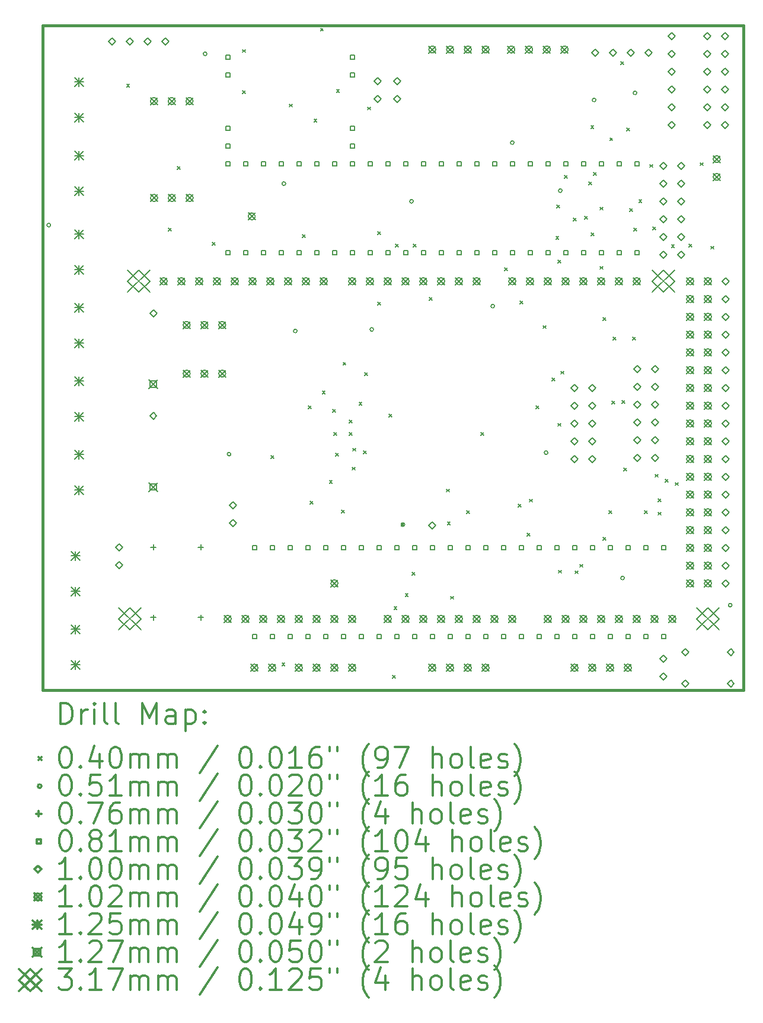
<source format=gbr>
%FSLAX45Y45*%
G04 Gerber Fmt 4.5, Leading zero omitted, Abs format (unit mm)*
G04 Created by KiCad (PCBNEW 4.0.4+dfsg1-stable) date Tue Oct 10 12:55:21 2017*
%MOMM*%
%LPD*%
G01*
G04 APERTURE LIST*
%ADD10C,0.127000*%
%ADD11C,0.381000*%
%ADD12C,0.200000*%
%ADD13C,0.300000*%
G04 APERTURE END LIST*
D10*
D11*
X5232400Y-3962000D02*
X15240000Y-3962000D01*
X5232400Y-13462000D02*
X15240000Y-13462000D01*
X5232400Y-3962000D02*
X5232400Y-13462000D01*
X15240000Y-3962000D02*
X15240000Y-13462000D01*
D12*
X6430000Y-4805000D02*
X6470000Y-4845000D01*
X6470000Y-4805000D02*
X6430000Y-4845000D01*
X7030000Y-6863630D02*
X7070000Y-6903630D01*
X7070000Y-6863630D02*
X7030000Y-6903630D01*
X7155000Y-5980000D02*
X7195000Y-6020000D01*
X7195000Y-5980000D02*
X7155000Y-6020000D01*
X7655000Y-7066350D02*
X7695000Y-7106350D01*
X7695000Y-7066350D02*
X7655000Y-7106350D01*
X8082500Y-4307500D02*
X8122500Y-4347500D01*
X8122500Y-4307500D02*
X8082500Y-4347500D01*
X8082500Y-4900000D02*
X8122500Y-4940000D01*
X8122500Y-4900000D02*
X8082500Y-4940000D01*
X8489000Y-10114600D02*
X8529000Y-10154600D01*
X8529000Y-10114600D02*
X8489000Y-10154600D01*
X8649020Y-13076240D02*
X8689020Y-13116240D01*
X8689020Y-13076240D02*
X8649020Y-13116240D01*
X8755000Y-5087500D02*
X8795000Y-5127500D01*
X8795000Y-5087500D02*
X8755000Y-5127500D01*
X8940000Y-6955000D02*
X8980000Y-6995000D01*
X8980000Y-6955000D02*
X8940000Y-6995000D01*
X9022400Y-9403400D02*
X9062400Y-9443400D01*
X9062400Y-9403400D02*
X9022400Y-9443400D01*
X9047800Y-10762300D02*
X9087800Y-10802300D01*
X9087800Y-10762300D02*
X9047800Y-10802300D01*
X9105000Y-5305000D02*
X9145000Y-5345000D01*
X9145000Y-5305000D02*
X9105000Y-5345000D01*
X9198930Y-4004630D02*
X9238930Y-4044630D01*
X9238930Y-4004630D02*
X9198930Y-4044630D01*
X9224076Y-9187500D02*
X9264076Y-9227500D01*
X9264076Y-9187500D02*
X9224076Y-9227500D01*
X9325093Y-10469908D02*
X9365093Y-10509908D01*
X9365093Y-10469908D02*
X9325093Y-10509908D01*
X9370000Y-9455000D02*
X9410000Y-9495000D01*
X9410000Y-9455000D02*
X9370000Y-9495000D01*
X9388160Y-9784400D02*
X9428160Y-9824400D01*
X9428160Y-9784400D02*
X9388160Y-9824400D01*
X9412290Y-10076500D02*
X9452290Y-10116500D01*
X9452290Y-10076500D02*
X9412290Y-10116500D01*
X9427500Y-4880000D02*
X9467500Y-4920000D01*
X9467500Y-4880000D02*
X9427500Y-4920000D01*
X9497500Y-10892500D02*
X9537500Y-10932500D01*
X9537500Y-10892500D02*
X9497500Y-10932500D01*
X9520000Y-8780000D02*
X9560000Y-8820000D01*
X9560000Y-8780000D02*
X9520000Y-8820000D01*
X9606600Y-9606600D02*
X9646600Y-9646600D01*
X9646600Y-9606600D02*
X9606600Y-9646600D01*
X9606600Y-9784400D02*
X9646600Y-9824400D01*
X9646600Y-9784400D02*
X9606600Y-9824400D01*
X9650000Y-10277160D02*
X9690000Y-10317160D01*
X9690000Y-10277160D02*
X9650000Y-10317160D01*
X9657400Y-10006650D02*
X9697400Y-10046650D01*
X9697400Y-10006650D02*
X9657400Y-10046650D01*
X9750000Y-9350000D02*
X9790000Y-9390000D01*
X9790000Y-9350000D02*
X9750000Y-9390000D01*
X9812500Y-10045000D02*
X9852500Y-10085000D01*
X9852500Y-10045000D02*
X9812500Y-10085000D01*
X9830000Y-8930000D02*
X9870000Y-8970000D01*
X9870000Y-8930000D02*
X9830000Y-8970000D01*
X9870000Y-5130000D02*
X9910000Y-5170000D01*
X9910000Y-5130000D02*
X9870000Y-5170000D01*
X10013000Y-6914200D02*
X10053000Y-6954200D01*
X10053000Y-6914200D02*
X10013000Y-6954200D01*
X10013000Y-7917500D02*
X10053000Y-7957500D01*
X10053000Y-7917500D02*
X10013000Y-7957500D01*
X10178100Y-9517700D02*
X10218100Y-9557700D01*
X10218100Y-9517700D02*
X10178100Y-9557700D01*
X10228900Y-13251500D02*
X10268900Y-13291500D01*
X10268900Y-13251500D02*
X10228900Y-13291500D01*
X10248730Y-12271636D02*
X10288730Y-12311636D01*
X10288730Y-12271636D02*
X10248730Y-12311636D01*
X10272500Y-7087500D02*
X10312500Y-7127500D01*
X10312500Y-7087500D02*
X10272500Y-7127500D01*
X10355900Y-11079800D02*
X10395900Y-11119800D01*
X10395900Y-11079800D02*
X10355900Y-11119800D01*
X10410000Y-12087500D02*
X10450000Y-12127500D01*
X10450000Y-12087500D02*
X10410000Y-12127500D01*
X10505000Y-11780000D02*
X10545000Y-11820000D01*
X10545000Y-11780000D02*
X10505000Y-11820000D01*
X10521000Y-7092000D02*
X10561000Y-7132000D01*
X10561000Y-7092000D02*
X10521000Y-7132000D01*
X10749600Y-7854000D02*
X10789600Y-7894000D01*
X10789600Y-7854000D02*
X10749600Y-7894000D01*
X10997592Y-10590000D02*
X11037592Y-10630000D01*
X11037592Y-10590000D02*
X10997592Y-10630000D01*
X11010000Y-11060000D02*
X11050000Y-11100000D01*
X11050000Y-11060000D02*
X11010000Y-11100000D01*
X11055000Y-12122500D02*
X11095000Y-12162500D01*
X11095000Y-12122500D02*
X11055000Y-12162500D01*
X11283000Y-10902000D02*
X11323000Y-10942000D01*
X11323000Y-10902000D02*
X11283000Y-10942000D01*
X11486200Y-9784400D02*
X11526200Y-9824400D01*
X11526200Y-9784400D02*
X11486200Y-9824400D01*
X11830000Y-7430000D02*
X11870000Y-7470000D01*
X11870000Y-7430000D02*
X11830000Y-7470000D01*
X12024000Y-10806000D02*
X12064000Y-10846000D01*
X12064000Y-10806000D02*
X12024000Y-10846000D01*
X12045000Y-7904800D02*
X12085000Y-7944800D01*
X12085000Y-7904800D02*
X12045000Y-7944800D01*
X12150000Y-11220000D02*
X12190000Y-11260000D01*
X12190000Y-11220000D02*
X12150000Y-11260000D01*
X12183480Y-10733720D02*
X12223480Y-10773720D01*
X12223480Y-10733720D02*
X12183480Y-10773720D01*
X12276140Y-9403400D02*
X12316140Y-9443400D01*
X12316140Y-9403400D02*
X12276140Y-9443400D01*
X12380000Y-8255000D02*
X12420000Y-8295000D01*
X12420000Y-8255000D02*
X12380000Y-8295000D01*
X12505000Y-9005000D02*
X12545000Y-9045000D01*
X12545000Y-9005000D02*
X12505000Y-9045000D01*
X12560000Y-6980000D02*
X12600000Y-7020000D01*
X12600000Y-6980000D02*
X12560000Y-7020000D01*
X12570000Y-6533200D02*
X12610000Y-6573200D01*
X12610000Y-6533200D02*
X12570000Y-6573200D01*
X12590000Y-7320000D02*
X12630000Y-7360000D01*
X12630000Y-7320000D02*
X12590000Y-7360000D01*
X12590000Y-9650000D02*
X12630000Y-9690000D01*
X12630000Y-9650000D02*
X12590000Y-9690000D01*
X12600000Y-11750000D02*
X12640000Y-11790000D01*
X12640000Y-11750000D02*
X12600000Y-11790000D01*
X12630000Y-8905000D02*
X12670000Y-8945000D01*
X12670000Y-8905000D02*
X12630000Y-8945000D01*
X12680000Y-6107500D02*
X12720000Y-6147500D01*
X12720000Y-6107500D02*
X12680000Y-6147500D01*
X12810000Y-6720000D02*
X12850000Y-6760000D01*
X12850000Y-6720000D02*
X12810000Y-6760000D01*
X12832500Y-11760000D02*
X12872500Y-11800000D01*
X12872500Y-11760000D02*
X12832500Y-11800000D01*
X12902500Y-11665000D02*
X12942500Y-11705000D01*
X12942500Y-11665000D02*
X12902500Y-11705000D01*
X12970000Y-6690000D02*
X13010000Y-6730000D01*
X13010000Y-6690000D02*
X12970000Y-6730000D01*
X13030000Y-6200000D02*
X13070000Y-6240000D01*
X13070000Y-6200000D02*
X13030000Y-6240000D01*
X13060000Y-5395000D02*
X13100000Y-5435000D01*
X13100000Y-5395000D02*
X13060000Y-5435000D01*
X13061000Y-6926900D02*
X13101000Y-6966900D01*
X13101000Y-6926900D02*
X13061000Y-6966900D01*
X13095000Y-6067500D02*
X13135000Y-6107500D01*
X13135000Y-6067500D02*
X13095000Y-6107500D01*
X13190000Y-6560000D02*
X13230000Y-6600000D01*
X13230000Y-6560000D02*
X13190000Y-6600000D01*
X13190033Y-7407695D02*
X13230033Y-7447695D01*
X13230033Y-7407695D02*
X13190033Y-7447695D01*
X13232100Y-11283050D02*
X13272100Y-11323050D01*
X13272100Y-11283050D02*
X13232100Y-11323050D01*
X13232500Y-8137500D02*
X13272500Y-8177500D01*
X13272500Y-8137500D02*
X13232500Y-8177500D01*
X13315000Y-10902000D02*
X13355000Y-10942000D01*
X13355000Y-10902000D02*
X13315000Y-10942000D01*
X13330000Y-5570000D02*
X13370000Y-5610000D01*
X13370000Y-5570000D02*
X13330000Y-5610000D01*
X13357500Y-9332500D02*
X13397500Y-9372500D01*
X13397500Y-9332500D02*
X13357500Y-9372500D01*
X13380000Y-8417500D02*
X13420000Y-8457500D01*
X13420000Y-8417500D02*
X13380000Y-8457500D01*
X13490000Y-4482500D02*
X13530000Y-4522500D01*
X13530000Y-4482500D02*
X13490000Y-4522500D01*
X13505000Y-9322500D02*
X13545000Y-9362500D01*
X13545000Y-9322500D02*
X13505000Y-9362500D01*
X13530900Y-10292400D02*
X13570900Y-10332400D01*
X13570900Y-10292400D02*
X13530900Y-10332400D01*
X13569000Y-5428300D02*
X13609000Y-5468300D01*
X13609000Y-5428300D02*
X13569000Y-5468300D01*
X13615000Y-6580000D02*
X13655000Y-6620000D01*
X13655000Y-6580000D02*
X13615000Y-6620000D01*
X13657500Y-8417500D02*
X13697500Y-8457500D01*
X13697500Y-8417500D02*
X13657500Y-8457500D01*
X13675000Y-6862500D02*
X13715000Y-6902500D01*
X13715000Y-6862500D02*
X13675000Y-6902500D01*
X13745000Y-6455000D02*
X13785000Y-6495000D01*
X13785000Y-6455000D02*
X13745000Y-6495000D01*
X13823000Y-10902000D02*
X13863000Y-10942000D01*
X13863000Y-10902000D02*
X13823000Y-10942000D01*
X13901020Y-5950000D02*
X13941020Y-5990000D01*
X13941020Y-5950000D02*
X13901020Y-5990000D01*
X13945000Y-6842500D02*
X13985000Y-6882500D01*
X13985000Y-6842500D02*
X13945000Y-6882500D01*
X13980480Y-10378760D02*
X14020480Y-10418760D01*
X14020480Y-10378760D02*
X13980480Y-10418760D01*
X14020000Y-10730000D02*
X14060000Y-10770000D01*
X14060000Y-10730000D02*
X14020000Y-10770000D01*
X14020000Y-10920000D02*
X14060000Y-10960000D01*
X14060000Y-10920000D02*
X14020000Y-10960000D01*
X14120000Y-10450000D02*
X14160000Y-10490000D01*
X14160000Y-10450000D02*
X14120000Y-10490000D01*
X14210000Y-7100000D02*
X14250000Y-7140000D01*
X14250000Y-7100000D02*
X14210000Y-7140000D01*
X14268792Y-10498793D02*
X14308792Y-10538793D01*
X14308792Y-10498793D02*
X14268792Y-10538793D01*
X14460000Y-7090000D02*
X14500000Y-7130000D01*
X14500000Y-7090000D02*
X14460000Y-7130000D01*
X14621830Y-5924870D02*
X14661830Y-5964870D01*
X14661830Y-5924870D02*
X14621830Y-5964870D01*
X14772500Y-7120000D02*
X14812500Y-7160000D01*
X14812500Y-7120000D02*
X14772500Y-7160000D01*
X5342900Y-6817500D02*
G75*
G03X5342900Y-6817500I-25400J0D01*
G01*
X7575400Y-4370000D02*
G75*
G03X7575400Y-4370000I-25400J0D01*
G01*
X7917900Y-10092500D02*
G75*
G03X7917900Y-10092500I-25400J0D01*
G01*
X8700400Y-6225000D02*
G75*
G03X8700400Y-6225000I-25400J0D01*
G01*
X8864600Y-8331200D02*
G75*
G03X8864600Y-8331200I-25400J0D01*
G01*
X9955400Y-8310000D02*
G75*
G03X9955400Y-8310000I-25400J0D01*
G01*
X10401300Y-11099800D02*
G75*
G03X10401300Y-11099800I-25400J0D01*
G01*
X10523982Y-6477000D02*
G75*
G03X10523982Y-6477000I-25400J0D01*
G01*
X11684000Y-7975600D02*
G75*
G03X11684000Y-7975600I-25400J0D01*
G01*
X11963400Y-5638800D02*
G75*
G03X11963400Y-5638800I-25400J0D01*
G01*
X12445400Y-10070000D02*
G75*
G03X12445400Y-10070000I-25400J0D01*
G01*
X12648630Y-6325840D02*
G75*
G03X12648630Y-6325840I-25400J0D01*
G01*
X13131800Y-5029200D02*
G75*
G03X13131800Y-5029200I-25400J0D01*
G01*
X13538200Y-11861800D02*
G75*
G03X13538200Y-11861800I-25400J0D01*
G01*
X13716000Y-4927600D02*
G75*
G03X13716000Y-4927600I-25400J0D01*
G01*
X15074900Y-12250420D02*
G75*
G03X15074900Y-12250420I-25400J0D01*
G01*
X6810000Y-11384900D02*
X6810000Y-11461100D01*
X6771900Y-11423000D02*
X6848100Y-11423000D01*
X6810000Y-12384900D02*
X6810000Y-12461100D01*
X6771900Y-12423000D02*
X6848100Y-12423000D01*
X7490000Y-11384900D02*
X7490000Y-11461100D01*
X7451900Y-11423000D02*
X7528100Y-11423000D01*
X7490000Y-12384900D02*
X7490000Y-12461100D01*
X7451900Y-12423000D02*
X7528100Y-12423000D01*
X7902737Y-4448337D02*
X7902737Y-4390863D01*
X7845263Y-4390863D01*
X7845263Y-4448337D01*
X7902737Y-4448337D01*
X7902737Y-4702337D02*
X7902737Y-4644863D01*
X7845263Y-4644863D01*
X7845263Y-4702337D01*
X7902737Y-4702337D01*
X7902737Y-5464337D02*
X7902737Y-5406863D01*
X7845263Y-5406863D01*
X7845263Y-5464337D01*
X7902737Y-5464337D01*
X7902737Y-5718337D02*
X7902737Y-5660863D01*
X7845263Y-5660863D01*
X7845263Y-5718337D01*
X7902737Y-5718337D01*
X7902737Y-5972337D02*
X7902737Y-5914863D01*
X7845263Y-5914863D01*
X7845263Y-5972337D01*
X7902737Y-5972337D01*
X7902737Y-7242337D02*
X7902737Y-7184863D01*
X7845263Y-7184863D01*
X7845263Y-7242337D01*
X7902737Y-7242337D01*
X8156737Y-5972337D02*
X8156737Y-5914863D01*
X8099263Y-5914863D01*
X8099263Y-5972337D01*
X8156737Y-5972337D01*
X8156737Y-7242337D02*
X8156737Y-7184863D01*
X8099263Y-7184863D01*
X8099263Y-7242337D01*
X8156737Y-7242337D01*
X8283737Y-11458737D02*
X8283737Y-11401263D01*
X8226263Y-11401263D01*
X8226263Y-11458737D01*
X8283737Y-11458737D01*
X8283737Y-12728737D02*
X8283737Y-12671263D01*
X8226263Y-12671263D01*
X8226263Y-12728737D01*
X8283737Y-12728737D01*
X8410737Y-5972337D02*
X8410737Y-5914863D01*
X8353263Y-5914863D01*
X8353263Y-5972337D01*
X8410737Y-5972337D01*
X8410737Y-7242337D02*
X8410737Y-7184863D01*
X8353263Y-7184863D01*
X8353263Y-7242337D01*
X8410737Y-7242337D01*
X8537737Y-11458737D02*
X8537737Y-11401263D01*
X8480263Y-11401263D01*
X8480263Y-11458737D01*
X8537737Y-11458737D01*
X8537737Y-12728737D02*
X8537737Y-12671263D01*
X8480263Y-12671263D01*
X8480263Y-12728737D01*
X8537737Y-12728737D01*
X8664737Y-5972337D02*
X8664737Y-5914863D01*
X8607263Y-5914863D01*
X8607263Y-5972337D01*
X8664737Y-5972337D01*
X8664737Y-7242337D02*
X8664737Y-7184863D01*
X8607263Y-7184863D01*
X8607263Y-7242337D01*
X8664737Y-7242337D01*
X8791737Y-11458737D02*
X8791737Y-11401263D01*
X8734263Y-11401263D01*
X8734263Y-11458737D01*
X8791737Y-11458737D01*
X8791737Y-12728737D02*
X8791737Y-12671263D01*
X8734263Y-12671263D01*
X8734263Y-12728737D01*
X8791737Y-12728737D01*
X8918737Y-5972337D02*
X8918737Y-5914863D01*
X8861263Y-5914863D01*
X8861263Y-5972337D01*
X8918737Y-5972337D01*
X8918737Y-7242337D02*
X8918737Y-7184863D01*
X8861263Y-7184863D01*
X8861263Y-7242337D01*
X8918737Y-7242337D01*
X9045737Y-11458737D02*
X9045737Y-11401263D01*
X8988263Y-11401263D01*
X8988263Y-11458737D01*
X9045737Y-11458737D01*
X9045737Y-12728737D02*
X9045737Y-12671263D01*
X8988263Y-12671263D01*
X8988263Y-12728737D01*
X9045737Y-12728737D01*
X9172737Y-5972337D02*
X9172737Y-5914863D01*
X9115263Y-5914863D01*
X9115263Y-5972337D01*
X9172737Y-5972337D01*
X9172737Y-7242337D02*
X9172737Y-7184863D01*
X9115263Y-7184863D01*
X9115263Y-7242337D01*
X9172737Y-7242337D01*
X9299737Y-11458737D02*
X9299737Y-11401263D01*
X9242263Y-11401263D01*
X9242263Y-11458737D01*
X9299737Y-11458737D01*
X9299737Y-12728737D02*
X9299737Y-12671263D01*
X9242263Y-12671263D01*
X9242263Y-12728737D01*
X9299737Y-12728737D01*
X9426737Y-5972337D02*
X9426737Y-5914863D01*
X9369263Y-5914863D01*
X9369263Y-5972337D01*
X9426737Y-5972337D01*
X9426737Y-7242337D02*
X9426737Y-7184863D01*
X9369263Y-7184863D01*
X9369263Y-7242337D01*
X9426737Y-7242337D01*
X9553737Y-11458737D02*
X9553737Y-11401263D01*
X9496263Y-11401263D01*
X9496263Y-11458737D01*
X9553737Y-11458737D01*
X9553737Y-12728737D02*
X9553737Y-12671263D01*
X9496263Y-12671263D01*
X9496263Y-12728737D01*
X9553737Y-12728737D01*
X9680737Y-4448337D02*
X9680737Y-4390863D01*
X9623263Y-4390863D01*
X9623263Y-4448337D01*
X9680737Y-4448337D01*
X9680737Y-4702337D02*
X9680737Y-4644863D01*
X9623263Y-4644863D01*
X9623263Y-4702337D01*
X9680737Y-4702337D01*
X9680737Y-5464337D02*
X9680737Y-5406863D01*
X9623263Y-5406863D01*
X9623263Y-5464337D01*
X9680737Y-5464337D01*
X9680737Y-5718337D02*
X9680737Y-5660863D01*
X9623263Y-5660863D01*
X9623263Y-5718337D01*
X9680737Y-5718337D01*
X9680737Y-5972337D02*
X9680737Y-5914863D01*
X9623263Y-5914863D01*
X9623263Y-5972337D01*
X9680737Y-5972337D01*
X9680737Y-7242337D02*
X9680737Y-7184863D01*
X9623263Y-7184863D01*
X9623263Y-7242337D01*
X9680737Y-7242337D01*
X9807737Y-11458737D02*
X9807737Y-11401263D01*
X9750263Y-11401263D01*
X9750263Y-11458737D01*
X9807737Y-11458737D01*
X9807737Y-12728737D02*
X9807737Y-12671263D01*
X9750263Y-12671263D01*
X9750263Y-12728737D01*
X9807737Y-12728737D01*
X9934737Y-5972337D02*
X9934737Y-5914863D01*
X9877263Y-5914863D01*
X9877263Y-5972337D01*
X9934737Y-5972337D01*
X9934737Y-7242337D02*
X9934737Y-7184863D01*
X9877263Y-7184863D01*
X9877263Y-7242337D01*
X9934737Y-7242337D01*
X10061737Y-11458737D02*
X10061737Y-11401263D01*
X10004263Y-11401263D01*
X10004263Y-11458737D01*
X10061737Y-11458737D01*
X10061737Y-12728737D02*
X10061737Y-12671263D01*
X10004263Y-12671263D01*
X10004263Y-12728737D01*
X10061737Y-12728737D01*
X10188737Y-5972337D02*
X10188737Y-5914863D01*
X10131263Y-5914863D01*
X10131263Y-5972337D01*
X10188737Y-5972337D01*
X10188737Y-7242337D02*
X10188737Y-7184863D01*
X10131263Y-7184863D01*
X10131263Y-7242337D01*
X10188737Y-7242337D01*
X10315737Y-11458737D02*
X10315737Y-11401263D01*
X10258263Y-11401263D01*
X10258263Y-11458737D01*
X10315737Y-11458737D01*
X10315737Y-12728737D02*
X10315737Y-12671263D01*
X10258263Y-12671263D01*
X10258263Y-12728737D01*
X10315737Y-12728737D01*
X10442737Y-5972337D02*
X10442737Y-5914863D01*
X10385263Y-5914863D01*
X10385263Y-5972337D01*
X10442737Y-5972337D01*
X10442737Y-7242337D02*
X10442737Y-7184863D01*
X10385263Y-7184863D01*
X10385263Y-7242337D01*
X10442737Y-7242337D01*
X10569737Y-11458737D02*
X10569737Y-11401263D01*
X10512263Y-11401263D01*
X10512263Y-11458737D01*
X10569737Y-11458737D01*
X10569737Y-12728737D02*
X10569737Y-12671263D01*
X10512263Y-12671263D01*
X10512263Y-12728737D01*
X10569737Y-12728737D01*
X10696737Y-5972337D02*
X10696737Y-5914863D01*
X10639263Y-5914863D01*
X10639263Y-5972337D01*
X10696737Y-5972337D01*
X10696737Y-7242337D02*
X10696737Y-7184863D01*
X10639263Y-7184863D01*
X10639263Y-7242337D01*
X10696737Y-7242337D01*
X10823737Y-11458737D02*
X10823737Y-11401263D01*
X10766263Y-11401263D01*
X10766263Y-11458737D01*
X10823737Y-11458737D01*
X10823737Y-12728737D02*
X10823737Y-12671263D01*
X10766263Y-12671263D01*
X10766263Y-12728737D01*
X10823737Y-12728737D01*
X10950737Y-5972337D02*
X10950737Y-5914863D01*
X10893263Y-5914863D01*
X10893263Y-5972337D01*
X10950737Y-5972337D01*
X10950737Y-7242337D02*
X10950737Y-7184863D01*
X10893263Y-7184863D01*
X10893263Y-7242337D01*
X10950737Y-7242337D01*
X11077737Y-11458737D02*
X11077737Y-11401263D01*
X11020263Y-11401263D01*
X11020263Y-11458737D01*
X11077737Y-11458737D01*
X11077737Y-12728737D02*
X11077737Y-12671263D01*
X11020263Y-12671263D01*
X11020263Y-12728737D01*
X11077737Y-12728737D01*
X11204737Y-5972337D02*
X11204737Y-5914863D01*
X11147263Y-5914863D01*
X11147263Y-5972337D01*
X11204737Y-5972337D01*
X11204737Y-7242337D02*
X11204737Y-7184863D01*
X11147263Y-7184863D01*
X11147263Y-7242337D01*
X11204737Y-7242337D01*
X11331737Y-11458737D02*
X11331737Y-11401263D01*
X11274263Y-11401263D01*
X11274263Y-11458737D01*
X11331737Y-11458737D01*
X11331737Y-12728737D02*
X11331737Y-12671263D01*
X11274263Y-12671263D01*
X11274263Y-12728737D01*
X11331737Y-12728737D01*
X11458737Y-5972337D02*
X11458737Y-5914863D01*
X11401263Y-5914863D01*
X11401263Y-5972337D01*
X11458737Y-5972337D01*
X11458737Y-7242337D02*
X11458737Y-7184863D01*
X11401263Y-7184863D01*
X11401263Y-7242337D01*
X11458737Y-7242337D01*
X11585737Y-11458737D02*
X11585737Y-11401263D01*
X11528263Y-11401263D01*
X11528263Y-11458737D01*
X11585737Y-11458737D01*
X11585737Y-12728737D02*
X11585737Y-12671263D01*
X11528263Y-12671263D01*
X11528263Y-12728737D01*
X11585737Y-12728737D01*
X11712737Y-5972337D02*
X11712737Y-5914863D01*
X11655263Y-5914863D01*
X11655263Y-5972337D01*
X11712737Y-5972337D01*
X11712737Y-7242337D02*
X11712737Y-7184863D01*
X11655263Y-7184863D01*
X11655263Y-7242337D01*
X11712737Y-7242337D01*
X11839737Y-11458737D02*
X11839737Y-11401263D01*
X11782263Y-11401263D01*
X11782263Y-11458737D01*
X11839737Y-11458737D01*
X11839737Y-12728737D02*
X11839737Y-12671263D01*
X11782263Y-12671263D01*
X11782263Y-12728737D01*
X11839737Y-12728737D01*
X11966737Y-5972337D02*
X11966737Y-5914863D01*
X11909263Y-5914863D01*
X11909263Y-5972337D01*
X11966737Y-5972337D01*
X11966737Y-7242337D02*
X11966737Y-7184863D01*
X11909263Y-7184863D01*
X11909263Y-7242337D01*
X11966737Y-7242337D01*
X12093737Y-11458737D02*
X12093737Y-11401263D01*
X12036263Y-11401263D01*
X12036263Y-11458737D01*
X12093737Y-11458737D01*
X12093737Y-12728737D02*
X12093737Y-12671263D01*
X12036263Y-12671263D01*
X12036263Y-12728737D01*
X12093737Y-12728737D01*
X12220737Y-5972337D02*
X12220737Y-5914863D01*
X12163263Y-5914863D01*
X12163263Y-5972337D01*
X12220737Y-5972337D01*
X12220737Y-7242337D02*
X12220737Y-7184863D01*
X12163263Y-7184863D01*
X12163263Y-7242337D01*
X12220737Y-7242337D01*
X12347737Y-11458737D02*
X12347737Y-11401263D01*
X12290263Y-11401263D01*
X12290263Y-11458737D01*
X12347737Y-11458737D01*
X12347737Y-12728737D02*
X12347737Y-12671263D01*
X12290263Y-12671263D01*
X12290263Y-12728737D01*
X12347737Y-12728737D01*
X12474737Y-5972337D02*
X12474737Y-5914863D01*
X12417263Y-5914863D01*
X12417263Y-5972337D01*
X12474737Y-5972337D01*
X12474737Y-7242337D02*
X12474737Y-7184863D01*
X12417263Y-7184863D01*
X12417263Y-7242337D01*
X12474737Y-7242337D01*
X12601737Y-11458737D02*
X12601737Y-11401263D01*
X12544263Y-11401263D01*
X12544263Y-11458737D01*
X12601737Y-11458737D01*
X12601737Y-12728737D02*
X12601737Y-12671263D01*
X12544263Y-12671263D01*
X12544263Y-12728737D01*
X12601737Y-12728737D01*
X12728737Y-5972337D02*
X12728737Y-5914863D01*
X12671263Y-5914863D01*
X12671263Y-5972337D01*
X12728737Y-5972337D01*
X12728737Y-7242337D02*
X12728737Y-7184863D01*
X12671263Y-7184863D01*
X12671263Y-7242337D01*
X12728737Y-7242337D01*
X12855737Y-11458737D02*
X12855737Y-11401263D01*
X12798263Y-11401263D01*
X12798263Y-11458737D01*
X12855737Y-11458737D01*
X12855737Y-12728737D02*
X12855737Y-12671263D01*
X12798263Y-12671263D01*
X12798263Y-12728737D01*
X12855737Y-12728737D01*
X12982737Y-5972337D02*
X12982737Y-5914863D01*
X12925263Y-5914863D01*
X12925263Y-5972337D01*
X12982737Y-5972337D01*
X12982737Y-7242337D02*
X12982737Y-7184863D01*
X12925263Y-7184863D01*
X12925263Y-7242337D01*
X12982737Y-7242337D01*
X13109737Y-11458737D02*
X13109737Y-11401263D01*
X13052263Y-11401263D01*
X13052263Y-11458737D01*
X13109737Y-11458737D01*
X13109737Y-12728737D02*
X13109737Y-12671263D01*
X13052263Y-12671263D01*
X13052263Y-12728737D01*
X13109737Y-12728737D01*
X13236737Y-5972337D02*
X13236737Y-5914863D01*
X13179263Y-5914863D01*
X13179263Y-5972337D01*
X13236737Y-5972337D01*
X13236737Y-7242337D02*
X13236737Y-7184863D01*
X13179263Y-7184863D01*
X13179263Y-7242337D01*
X13236737Y-7242337D01*
X13363737Y-11458737D02*
X13363737Y-11401263D01*
X13306263Y-11401263D01*
X13306263Y-11458737D01*
X13363737Y-11458737D01*
X13363737Y-12728737D02*
X13363737Y-12671263D01*
X13306263Y-12671263D01*
X13306263Y-12728737D01*
X13363737Y-12728737D01*
X13490737Y-5972337D02*
X13490737Y-5914863D01*
X13433263Y-5914863D01*
X13433263Y-5972337D01*
X13490737Y-5972337D01*
X13490737Y-7242337D02*
X13490737Y-7184863D01*
X13433263Y-7184863D01*
X13433263Y-7242337D01*
X13490737Y-7242337D01*
X13617737Y-11458737D02*
X13617737Y-11401263D01*
X13560263Y-11401263D01*
X13560263Y-11458737D01*
X13617737Y-11458737D01*
X13617737Y-12728737D02*
X13617737Y-12671263D01*
X13560263Y-12671263D01*
X13560263Y-12728737D01*
X13617737Y-12728737D01*
X13744737Y-5972337D02*
X13744737Y-5914863D01*
X13687263Y-5914863D01*
X13687263Y-5972337D01*
X13744737Y-5972337D01*
X13744737Y-7242337D02*
X13744737Y-7184863D01*
X13687263Y-7184863D01*
X13687263Y-7242337D01*
X13744737Y-7242337D01*
X13871737Y-11458737D02*
X13871737Y-11401263D01*
X13814263Y-11401263D01*
X13814263Y-11458737D01*
X13871737Y-11458737D01*
X13871737Y-12728737D02*
X13871737Y-12671263D01*
X13814263Y-12671263D01*
X13814263Y-12728737D01*
X13871737Y-12728737D01*
X14125737Y-11458737D02*
X14125737Y-11401263D01*
X14068263Y-11401263D01*
X14068263Y-11458737D01*
X14125737Y-11458737D01*
X14125737Y-12728737D02*
X14125737Y-12671263D01*
X14068263Y-12671263D01*
X14068263Y-12728737D01*
X14125737Y-12728737D01*
X6223000Y-4241038D02*
X6273038Y-4191000D01*
X6223000Y-4140962D01*
X6172962Y-4191000D01*
X6223000Y-4241038D01*
X6325000Y-11473038D02*
X6375038Y-11423000D01*
X6325000Y-11372962D01*
X6274962Y-11423000D01*
X6325000Y-11473038D01*
X6325000Y-11727038D02*
X6375038Y-11677000D01*
X6325000Y-11626962D01*
X6274962Y-11677000D01*
X6325000Y-11727038D01*
X6477000Y-4241038D02*
X6527038Y-4191000D01*
X6477000Y-4140962D01*
X6426962Y-4191000D01*
X6477000Y-4241038D01*
X6731000Y-4241038D02*
X6781038Y-4191000D01*
X6731000Y-4140962D01*
X6680962Y-4191000D01*
X6731000Y-4241038D01*
X6810000Y-9595038D02*
X6860038Y-9545000D01*
X6810000Y-9494962D01*
X6759962Y-9545000D01*
X6810000Y-9595038D01*
X6812500Y-8126538D02*
X6862538Y-8076500D01*
X6812500Y-8026462D01*
X6762462Y-8076500D01*
X6812500Y-8126538D01*
X6985000Y-4241038D02*
X7035038Y-4191000D01*
X6985000Y-4140962D01*
X6934962Y-4191000D01*
X6985000Y-4241038D01*
X7950000Y-10875038D02*
X8000038Y-10825000D01*
X7950000Y-10774962D01*
X7899962Y-10825000D01*
X7950000Y-10875038D01*
X7950000Y-11129038D02*
X8000038Y-11079000D01*
X7950000Y-11028962D01*
X7899962Y-11079000D01*
X7950000Y-11129038D01*
X10015000Y-4810538D02*
X10065038Y-4760500D01*
X10015000Y-4710462D01*
X9964962Y-4760500D01*
X10015000Y-4810538D01*
X10015000Y-5064538D02*
X10065038Y-5014500D01*
X10015000Y-4964462D01*
X9964962Y-5014500D01*
X10015000Y-5064538D01*
X10295000Y-4810538D02*
X10345038Y-4760500D01*
X10295000Y-4710462D01*
X10244962Y-4760500D01*
X10295000Y-4810538D01*
X10295000Y-5064538D02*
X10345038Y-5014500D01*
X10295000Y-4964462D01*
X10244962Y-5014500D01*
X10295000Y-5064538D01*
X10795000Y-11162538D02*
X10845038Y-11112500D01*
X10795000Y-11062462D01*
X10744962Y-11112500D01*
X10795000Y-11162538D01*
X12827000Y-9194038D02*
X12877038Y-9144000D01*
X12827000Y-9093962D01*
X12776962Y-9144000D01*
X12827000Y-9194038D01*
X12827000Y-9448038D02*
X12877038Y-9398000D01*
X12827000Y-9347962D01*
X12776962Y-9398000D01*
X12827000Y-9448038D01*
X12827000Y-9702038D02*
X12877038Y-9652000D01*
X12827000Y-9601962D01*
X12776962Y-9652000D01*
X12827000Y-9702038D01*
X12827000Y-9956038D02*
X12877038Y-9906000D01*
X12827000Y-9855962D01*
X12776962Y-9906000D01*
X12827000Y-9956038D01*
X12827000Y-10210038D02*
X12877038Y-10160000D01*
X12827000Y-10109962D01*
X12776962Y-10160000D01*
X12827000Y-10210038D01*
X13081000Y-9194038D02*
X13131038Y-9144000D01*
X13081000Y-9093962D01*
X13030962Y-9144000D01*
X13081000Y-9194038D01*
X13081000Y-9448038D02*
X13131038Y-9398000D01*
X13081000Y-9347962D01*
X13030962Y-9398000D01*
X13081000Y-9448038D01*
X13081000Y-9702038D02*
X13131038Y-9652000D01*
X13081000Y-9601962D01*
X13030962Y-9652000D01*
X13081000Y-9702038D01*
X13081000Y-9956038D02*
X13131038Y-9906000D01*
X13081000Y-9855962D01*
X13030962Y-9906000D01*
X13081000Y-9956038D01*
X13081000Y-10210038D02*
X13131038Y-10160000D01*
X13081000Y-10109962D01*
X13030962Y-10160000D01*
X13081000Y-10210038D01*
X13122910Y-4406138D02*
X13172948Y-4356100D01*
X13122910Y-4306062D01*
X13072872Y-4356100D01*
X13122910Y-4406138D01*
X13376910Y-4406138D02*
X13426948Y-4356100D01*
X13376910Y-4306062D01*
X13326872Y-4356100D01*
X13376910Y-4406138D01*
X13630910Y-4406138D02*
X13680948Y-4356100D01*
X13630910Y-4306062D01*
X13580872Y-4356100D01*
X13630910Y-4406138D01*
X13725000Y-8925038D02*
X13775038Y-8875000D01*
X13725000Y-8824962D01*
X13674962Y-8875000D01*
X13725000Y-8925038D01*
X13725000Y-9179038D02*
X13775038Y-9129000D01*
X13725000Y-9078962D01*
X13674962Y-9129000D01*
X13725000Y-9179038D01*
X13725000Y-9433038D02*
X13775038Y-9383000D01*
X13725000Y-9332962D01*
X13674962Y-9383000D01*
X13725000Y-9433038D01*
X13725000Y-9687038D02*
X13775038Y-9637000D01*
X13725000Y-9586962D01*
X13674962Y-9637000D01*
X13725000Y-9687038D01*
X13725000Y-9941038D02*
X13775038Y-9891000D01*
X13725000Y-9840962D01*
X13674962Y-9891000D01*
X13725000Y-9941038D01*
X13725000Y-10195038D02*
X13775038Y-10145000D01*
X13725000Y-10094962D01*
X13674962Y-10145000D01*
X13725000Y-10195038D01*
X13884910Y-4406138D02*
X13934948Y-4356100D01*
X13884910Y-4306062D01*
X13834872Y-4356100D01*
X13884910Y-4406138D01*
X13979000Y-8925038D02*
X14029038Y-8875000D01*
X13979000Y-8824962D01*
X13928962Y-8875000D01*
X13979000Y-8925038D01*
X13979000Y-9179038D02*
X14029038Y-9129000D01*
X13979000Y-9078962D01*
X13928962Y-9129000D01*
X13979000Y-9179038D01*
X13979000Y-9433038D02*
X14029038Y-9383000D01*
X13979000Y-9332962D01*
X13928962Y-9383000D01*
X13979000Y-9433038D01*
X13979000Y-9687038D02*
X14029038Y-9637000D01*
X13979000Y-9586962D01*
X13928962Y-9637000D01*
X13979000Y-9687038D01*
X13979000Y-9941038D02*
X14029038Y-9891000D01*
X13979000Y-9840962D01*
X13928962Y-9891000D01*
X13979000Y-9941038D01*
X13979000Y-10195038D02*
X14029038Y-10145000D01*
X13979000Y-10094962D01*
X13928962Y-10145000D01*
X13979000Y-10195038D01*
X14097000Y-6019038D02*
X14147038Y-5969000D01*
X14097000Y-5918962D01*
X14046962Y-5969000D01*
X14097000Y-6019038D01*
X14097000Y-6273038D02*
X14147038Y-6223000D01*
X14097000Y-6172962D01*
X14046962Y-6223000D01*
X14097000Y-6273038D01*
X14097000Y-6527038D02*
X14147038Y-6477000D01*
X14097000Y-6426962D01*
X14046962Y-6477000D01*
X14097000Y-6527038D01*
X14097000Y-6781038D02*
X14147038Y-6731000D01*
X14097000Y-6680962D01*
X14046962Y-6731000D01*
X14097000Y-6781038D01*
X14097000Y-7035038D02*
X14147038Y-6985000D01*
X14097000Y-6934962D01*
X14046962Y-6985000D01*
X14097000Y-7035038D01*
X14097000Y-7289038D02*
X14147038Y-7239000D01*
X14097000Y-7188962D01*
X14046962Y-7239000D01*
X14097000Y-7289038D01*
X14097000Y-13067538D02*
X14147038Y-13017500D01*
X14097000Y-12967462D01*
X14046962Y-13017500D01*
X14097000Y-13067538D01*
X14097000Y-13321538D02*
X14147038Y-13271500D01*
X14097000Y-13221462D01*
X14046962Y-13271500D01*
X14097000Y-13321538D01*
X14211300Y-4164838D02*
X14261338Y-4114800D01*
X14211300Y-4064762D01*
X14161262Y-4114800D01*
X14211300Y-4164838D01*
X14211300Y-4418838D02*
X14261338Y-4368800D01*
X14211300Y-4318762D01*
X14161262Y-4368800D01*
X14211300Y-4418838D01*
X14211300Y-4672838D02*
X14261338Y-4622800D01*
X14211300Y-4572762D01*
X14161262Y-4622800D01*
X14211300Y-4672838D01*
X14211300Y-4926838D02*
X14261338Y-4876800D01*
X14211300Y-4826762D01*
X14161262Y-4876800D01*
X14211300Y-4926838D01*
X14211300Y-5180838D02*
X14261338Y-5130800D01*
X14211300Y-5080762D01*
X14161262Y-5130800D01*
X14211300Y-5180838D01*
X14211300Y-5434838D02*
X14261338Y-5384800D01*
X14211300Y-5334762D01*
X14161262Y-5384800D01*
X14211300Y-5434838D01*
X14351000Y-6019038D02*
X14401038Y-5969000D01*
X14351000Y-5918962D01*
X14300962Y-5969000D01*
X14351000Y-6019038D01*
X14351000Y-6273038D02*
X14401038Y-6223000D01*
X14351000Y-6172962D01*
X14300962Y-6223000D01*
X14351000Y-6273038D01*
X14351000Y-6527038D02*
X14401038Y-6477000D01*
X14351000Y-6426962D01*
X14300962Y-6477000D01*
X14351000Y-6527038D01*
X14351000Y-6781038D02*
X14401038Y-6731000D01*
X14351000Y-6680962D01*
X14300962Y-6731000D01*
X14351000Y-6781038D01*
X14351000Y-7035038D02*
X14401038Y-6985000D01*
X14351000Y-6934962D01*
X14300962Y-6985000D01*
X14351000Y-7035038D01*
X14351000Y-7289038D02*
X14401038Y-7239000D01*
X14351000Y-7188962D01*
X14300962Y-7239000D01*
X14351000Y-7289038D01*
X14407134Y-12969494D02*
X14457172Y-12919456D01*
X14407134Y-12869418D01*
X14357096Y-12919456D01*
X14407134Y-12969494D01*
X14407134Y-13419582D02*
X14457172Y-13369544D01*
X14407134Y-13319506D01*
X14357096Y-13369544D01*
X14407134Y-13419582D01*
X14719300Y-4164838D02*
X14769338Y-4114800D01*
X14719300Y-4064762D01*
X14669262Y-4114800D01*
X14719300Y-4164838D01*
X14719300Y-4418838D02*
X14769338Y-4368800D01*
X14719300Y-4318762D01*
X14669262Y-4368800D01*
X14719300Y-4418838D01*
X14719300Y-4672838D02*
X14769338Y-4622800D01*
X14719300Y-4572762D01*
X14669262Y-4622800D01*
X14719300Y-4672838D01*
X14719300Y-4926838D02*
X14769338Y-4876800D01*
X14719300Y-4826762D01*
X14669262Y-4876800D01*
X14719300Y-4926838D01*
X14719300Y-5180838D02*
X14769338Y-5130800D01*
X14719300Y-5080762D01*
X14669262Y-5130800D01*
X14719300Y-5180838D01*
X14719300Y-5434838D02*
X14769338Y-5384800D01*
X14719300Y-5334762D01*
X14669262Y-5384800D01*
X14719300Y-5434838D01*
X14973300Y-4164838D02*
X15023338Y-4114800D01*
X14973300Y-4064762D01*
X14923262Y-4114800D01*
X14973300Y-4164838D01*
X14973300Y-4418838D02*
X15023338Y-4368800D01*
X14973300Y-4318762D01*
X14923262Y-4368800D01*
X14973300Y-4418838D01*
X14973300Y-4672838D02*
X15023338Y-4622800D01*
X14973300Y-4572762D01*
X14923262Y-4622800D01*
X14973300Y-4672838D01*
X14973300Y-4926838D02*
X15023338Y-4876800D01*
X14973300Y-4826762D01*
X14923262Y-4876800D01*
X14973300Y-4926838D01*
X14973300Y-5180838D02*
X15023338Y-5130800D01*
X14973300Y-5080762D01*
X14923262Y-5130800D01*
X14973300Y-5180838D01*
X14973300Y-5434838D02*
X15023338Y-5384800D01*
X14973300Y-5334762D01*
X14923262Y-5384800D01*
X14973300Y-5434838D01*
X14986000Y-7670038D02*
X15036038Y-7620000D01*
X14986000Y-7569962D01*
X14935962Y-7620000D01*
X14986000Y-7670038D01*
X14986000Y-7924038D02*
X15036038Y-7874000D01*
X14986000Y-7823962D01*
X14935962Y-7874000D01*
X14986000Y-7924038D01*
X14986000Y-8178038D02*
X15036038Y-8128000D01*
X14986000Y-8077962D01*
X14935962Y-8128000D01*
X14986000Y-8178038D01*
X14986000Y-8432038D02*
X15036038Y-8382000D01*
X14986000Y-8331962D01*
X14935962Y-8382000D01*
X14986000Y-8432038D01*
X14986000Y-8686038D02*
X15036038Y-8636000D01*
X14986000Y-8585962D01*
X14935962Y-8636000D01*
X14986000Y-8686038D01*
X14986000Y-8940038D02*
X15036038Y-8890000D01*
X14986000Y-8839962D01*
X14935962Y-8890000D01*
X14986000Y-8940038D01*
X14986000Y-9194038D02*
X15036038Y-9144000D01*
X14986000Y-9093962D01*
X14935962Y-9144000D01*
X14986000Y-9194038D01*
X14986000Y-9448038D02*
X15036038Y-9398000D01*
X14986000Y-9347962D01*
X14935962Y-9398000D01*
X14986000Y-9448038D01*
X14986000Y-9702038D02*
X15036038Y-9652000D01*
X14986000Y-9601962D01*
X14935962Y-9652000D01*
X14986000Y-9702038D01*
X14986000Y-9956038D02*
X15036038Y-9906000D01*
X14986000Y-9855962D01*
X14935962Y-9906000D01*
X14986000Y-9956038D01*
X14986000Y-10210038D02*
X15036038Y-10160000D01*
X14986000Y-10109962D01*
X14935962Y-10160000D01*
X14986000Y-10210038D01*
X14986000Y-10464038D02*
X15036038Y-10414000D01*
X14986000Y-10363962D01*
X14935962Y-10414000D01*
X14986000Y-10464038D01*
X14986000Y-10718038D02*
X15036038Y-10668000D01*
X14986000Y-10617962D01*
X14935962Y-10668000D01*
X14986000Y-10718038D01*
X14986000Y-10972038D02*
X15036038Y-10922000D01*
X14986000Y-10871962D01*
X14935962Y-10922000D01*
X14986000Y-10972038D01*
X14986000Y-11226038D02*
X15036038Y-11176000D01*
X14986000Y-11125962D01*
X14935962Y-11176000D01*
X14986000Y-11226038D01*
X14986000Y-11480038D02*
X15036038Y-11430000D01*
X14986000Y-11379962D01*
X14935962Y-11430000D01*
X14986000Y-11480038D01*
X14986000Y-11734038D02*
X15036038Y-11684000D01*
X14986000Y-11633962D01*
X14935962Y-11684000D01*
X14986000Y-11734038D01*
X14986000Y-11988038D02*
X15036038Y-11938000D01*
X14986000Y-11887962D01*
X14935962Y-11938000D01*
X14986000Y-11988038D01*
X15057120Y-12969494D02*
X15107158Y-12919456D01*
X15057120Y-12869418D01*
X15007082Y-12919456D01*
X15057120Y-12969494D01*
X15057120Y-13419582D02*
X15107158Y-13369544D01*
X15057120Y-13319506D01*
X15007082Y-13369544D01*
X15057120Y-13419582D01*
X6769200Y-4994200D02*
X6870800Y-5095800D01*
X6870800Y-4994200D02*
X6769200Y-5095800D01*
X6870800Y-5045000D02*
G75*
G03X6870800Y-5045000I-50800J0D01*
G01*
X6770200Y-6379200D02*
X6871800Y-6480800D01*
X6871800Y-6379200D02*
X6770200Y-6480800D01*
X6871800Y-6430000D02*
G75*
G03X6871800Y-6430000I-50800J0D01*
G01*
X6908800Y-7569200D02*
X7010400Y-7670800D01*
X7010400Y-7569200D02*
X6908800Y-7670800D01*
X7010400Y-7620000D02*
G75*
G03X7010400Y-7620000I-50800J0D01*
G01*
X7023200Y-4994200D02*
X7124800Y-5095800D01*
X7124800Y-4994200D02*
X7023200Y-5095800D01*
X7124800Y-5045000D02*
G75*
G03X7124800Y-5045000I-50800J0D01*
G01*
X7024200Y-6379200D02*
X7125800Y-6480800D01*
X7125800Y-6379200D02*
X7024200Y-6480800D01*
X7125800Y-6430000D02*
G75*
G03X7125800Y-6430000I-50800J0D01*
G01*
X7162800Y-7569200D02*
X7264400Y-7670800D01*
X7264400Y-7569200D02*
X7162800Y-7670800D01*
X7264400Y-7620000D02*
G75*
G03X7264400Y-7620000I-50800J0D01*
G01*
X7236200Y-8194200D02*
X7337800Y-8295800D01*
X7337800Y-8194200D02*
X7236200Y-8295800D01*
X7337800Y-8245000D02*
G75*
G03X7337800Y-8245000I-50800J0D01*
G01*
X7236200Y-8889200D02*
X7337800Y-8990800D01*
X7337800Y-8889200D02*
X7236200Y-8990800D01*
X7337800Y-8940000D02*
G75*
G03X7337800Y-8940000I-50800J0D01*
G01*
X7277200Y-4994200D02*
X7378800Y-5095800D01*
X7378800Y-4994200D02*
X7277200Y-5095800D01*
X7378800Y-5045000D02*
G75*
G03X7378800Y-5045000I-50800J0D01*
G01*
X7278200Y-6379200D02*
X7379800Y-6480800D01*
X7379800Y-6379200D02*
X7278200Y-6480800D01*
X7379800Y-6430000D02*
G75*
G03X7379800Y-6430000I-50800J0D01*
G01*
X7416800Y-7569200D02*
X7518400Y-7670800D01*
X7518400Y-7569200D02*
X7416800Y-7670800D01*
X7518400Y-7620000D02*
G75*
G03X7518400Y-7620000I-50800J0D01*
G01*
X7490200Y-8194200D02*
X7591800Y-8295800D01*
X7591800Y-8194200D02*
X7490200Y-8295800D01*
X7591800Y-8245000D02*
G75*
G03X7591800Y-8245000I-50800J0D01*
G01*
X7490200Y-8889200D02*
X7591800Y-8990800D01*
X7591800Y-8889200D02*
X7490200Y-8990800D01*
X7591800Y-8940000D02*
G75*
G03X7591800Y-8940000I-50800J0D01*
G01*
X7670800Y-7569200D02*
X7772400Y-7670800D01*
X7772400Y-7569200D02*
X7670800Y-7670800D01*
X7772400Y-7620000D02*
G75*
G03X7772400Y-7620000I-50800J0D01*
G01*
X7744200Y-8194200D02*
X7845800Y-8295800D01*
X7845800Y-8194200D02*
X7744200Y-8295800D01*
X7845800Y-8245000D02*
G75*
G03X7845800Y-8245000I-50800J0D01*
G01*
X7744200Y-8889200D02*
X7845800Y-8990800D01*
X7845800Y-8889200D02*
X7744200Y-8990800D01*
X7845800Y-8940000D02*
G75*
G03X7845800Y-8940000I-50800J0D01*
G01*
X7823200Y-12395200D02*
X7924800Y-12496800D01*
X7924800Y-12395200D02*
X7823200Y-12496800D01*
X7924800Y-12446000D02*
G75*
G03X7924800Y-12446000I-50800J0D01*
G01*
X7924800Y-7569200D02*
X8026400Y-7670800D01*
X8026400Y-7569200D02*
X7924800Y-7670800D01*
X8026400Y-7620000D02*
G75*
G03X8026400Y-7620000I-50800J0D01*
G01*
X8077200Y-12395200D02*
X8178800Y-12496800D01*
X8178800Y-12395200D02*
X8077200Y-12496800D01*
X8178800Y-12446000D02*
G75*
G03X8178800Y-12446000I-50800J0D01*
G01*
X8165618Y-6641618D02*
X8267218Y-6743218D01*
X8267218Y-6641618D02*
X8165618Y-6743218D01*
X8267218Y-6692418D02*
G75*
G03X8267218Y-6692418I-50800J0D01*
G01*
X8178800Y-7569200D02*
X8280400Y-7670800D01*
X8280400Y-7569200D02*
X8178800Y-7670800D01*
X8280400Y-7620000D02*
G75*
G03X8280400Y-7620000I-50800J0D01*
G01*
X8204200Y-13093700D02*
X8305800Y-13195300D01*
X8305800Y-13093700D02*
X8204200Y-13195300D01*
X8305800Y-13144500D02*
G75*
G03X8305800Y-13144500I-50800J0D01*
G01*
X8331200Y-12395200D02*
X8432800Y-12496800D01*
X8432800Y-12395200D02*
X8331200Y-12496800D01*
X8432800Y-12446000D02*
G75*
G03X8432800Y-12446000I-50800J0D01*
G01*
X8432800Y-7569200D02*
X8534400Y-7670800D01*
X8534400Y-7569200D02*
X8432800Y-7670800D01*
X8534400Y-7620000D02*
G75*
G03X8534400Y-7620000I-50800J0D01*
G01*
X8458200Y-13093700D02*
X8559800Y-13195300D01*
X8559800Y-13093700D02*
X8458200Y-13195300D01*
X8559800Y-13144500D02*
G75*
G03X8559800Y-13144500I-50800J0D01*
G01*
X8585200Y-12395200D02*
X8686800Y-12496800D01*
X8686800Y-12395200D02*
X8585200Y-12496800D01*
X8686800Y-12446000D02*
G75*
G03X8686800Y-12446000I-50800J0D01*
G01*
X8686800Y-7569200D02*
X8788400Y-7670800D01*
X8788400Y-7569200D02*
X8686800Y-7670800D01*
X8788400Y-7620000D02*
G75*
G03X8788400Y-7620000I-50800J0D01*
G01*
X8839200Y-12395200D02*
X8940800Y-12496800D01*
X8940800Y-12395200D02*
X8839200Y-12496800D01*
X8940800Y-12446000D02*
G75*
G03X8940800Y-12446000I-50800J0D01*
G01*
X8839200Y-13093700D02*
X8940800Y-13195300D01*
X8940800Y-13093700D02*
X8839200Y-13195300D01*
X8940800Y-13144500D02*
G75*
G03X8940800Y-13144500I-50800J0D01*
G01*
X8940800Y-7569200D02*
X9042400Y-7670800D01*
X9042400Y-7569200D02*
X8940800Y-7670800D01*
X9042400Y-7620000D02*
G75*
G03X9042400Y-7620000I-50800J0D01*
G01*
X9093200Y-12395200D02*
X9194800Y-12496800D01*
X9194800Y-12395200D02*
X9093200Y-12496800D01*
X9194800Y-12446000D02*
G75*
G03X9194800Y-12446000I-50800J0D01*
G01*
X9093200Y-13093700D02*
X9194800Y-13195300D01*
X9194800Y-13093700D02*
X9093200Y-13195300D01*
X9194800Y-13144500D02*
G75*
G03X9194800Y-13144500I-50800J0D01*
G01*
X9194800Y-7569200D02*
X9296400Y-7670800D01*
X9296400Y-7569200D02*
X9194800Y-7670800D01*
X9296400Y-7620000D02*
G75*
G03X9296400Y-7620000I-50800J0D01*
G01*
X9346700Y-11887200D02*
X9448300Y-11988800D01*
X9448300Y-11887200D02*
X9346700Y-11988800D01*
X9448300Y-11938000D02*
G75*
G03X9448300Y-11938000I-50800J0D01*
G01*
X9347200Y-12395200D02*
X9448800Y-12496800D01*
X9448800Y-12395200D02*
X9347200Y-12496800D01*
X9448800Y-12446000D02*
G75*
G03X9448800Y-12446000I-50800J0D01*
G01*
X9347200Y-13093700D02*
X9448800Y-13195300D01*
X9448800Y-13093700D02*
X9347200Y-13195300D01*
X9448800Y-13144500D02*
G75*
G03X9448800Y-13144500I-50800J0D01*
G01*
X9601200Y-7569200D02*
X9702800Y-7670800D01*
X9702800Y-7569200D02*
X9601200Y-7670800D01*
X9702800Y-7620000D02*
G75*
G03X9702800Y-7620000I-50800J0D01*
G01*
X9601200Y-12395200D02*
X9702800Y-12496800D01*
X9702800Y-12395200D02*
X9601200Y-12496800D01*
X9702800Y-12446000D02*
G75*
G03X9702800Y-12446000I-50800J0D01*
G01*
X9601200Y-13093700D02*
X9702800Y-13195300D01*
X9702800Y-13093700D02*
X9601200Y-13195300D01*
X9702800Y-13144500D02*
G75*
G03X9702800Y-13144500I-50800J0D01*
G01*
X9855200Y-7569200D02*
X9956800Y-7670800D01*
X9956800Y-7569200D02*
X9855200Y-7670800D01*
X9956800Y-7620000D02*
G75*
G03X9956800Y-7620000I-50800J0D01*
G01*
X10109200Y-7569200D02*
X10210800Y-7670800D01*
X10210800Y-7569200D02*
X10109200Y-7670800D01*
X10210800Y-7620000D02*
G75*
G03X10210800Y-7620000I-50800J0D01*
G01*
X10109200Y-12395200D02*
X10210800Y-12496800D01*
X10210800Y-12395200D02*
X10109200Y-12496800D01*
X10210800Y-12446000D02*
G75*
G03X10210800Y-12446000I-50800J0D01*
G01*
X10363200Y-7569200D02*
X10464800Y-7670800D01*
X10464800Y-7569200D02*
X10363200Y-7670800D01*
X10464800Y-7620000D02*
G75*
G03X10464800Y-7620000I-50800J0D01*
G01*
X10363200Y-12395200D02*
X10464800Y-12496800D01*
X10464800Y-12395200D02*
X10363200Y-12496800D01*
X10464800Y-12446000D02*
G75*
G03X10464800Y-12446000I-50800J0D01*
G01*
X10617200Y-7569200D02*
X10718800Y-7670800D01*
X10718800Y-7569200D02*
X10617200Y-7670800D01*
X10718800Y-7620000D02*
G75*
G03X10718800Y-7620000I-50800J0D01*
G01*
X10617200Y-12395200D02*
X10718800Y-12496800D01*
X10718800Y-12395200D02*
X10617200Y-12496800D01*
X10718800Y-12446000D02*
G75*
G03X10718800Y-12446000I-50800J0D01*
G01*
X10744200Y-4257040D02*
X10845800Y-4358640D01*
X10845800Y-4257040D02*
X10744200Y-4358640D01*
X10845800Y-4307840D02*
G75*
G03X10845800Y-4307840I-50800J0D01*
G01*
X10744200Y-13093700D02*
X10845800Y-13195300D01*
X10845800Y-13093700D02*
X10744200Y-13195300D01*
X10845800Y-13144500D02*
G75*
G03X10845800Y-13144500I-50800J0D01*
G01*
X10871200Y-7569200D02*
X10972800Y-7670800D01*
X10972800Y-7569200D02*
X10871200Y-7670800D01*
X10972800Y-7620000D02*
G75*
G03X10972800Y-7620000I-50800J0D01*
G01*
X10871200Y-12395200D02*
X10972800Y-12496800D01*
X10972800Y-12395200D02*
X10871200Y-12496800D01*
X10972800Y-12446000D02*
G75*
G03X10972800Y-12446000I-50800J0D01*
G01*
X10998200Y-4257040D02*
X11099800Y-4358640D01*
X11099800Y-4257040D02*
X10998200Y-4358640D01*
X11099800Y-4307840D02*
G75*
G03X11099800Y-4307840I-50800J0D01*
G01*
X10998200Y-13093700D02*
X11099800Y-13195300D01*
X11099800Y-13093700D02*
X10998200Y-13195300D01*
X11099800Y-13144500D02*
G75*
G03X11099800Y-13144500I-50800J0D01*
G01*
X11125200Y-7569200D02*
X11226800Y-7670800D01*
X11226800Y-7569200D02*
X11125200Y-7670800D01*
X11226800Y-7620000D02*
G75*
G03X11226800Y-7620000I-50800J0D01*
G01*
X11125200Y-12395200D02*
X11226800Y-12496800D01*
X11226800Y-12395200D02*
X11125200Y-12496800D01*
X11226800Y-12446000D02*
G75*
G03X11226800Y-12446000I-50800J0D01*
G01*
X11252200Y-4257040D02*
X11353800Y-4358640D01*
X11353800Y-4257040D02*
X11252200Y-4358640D01*
X11353800Y-4307840D02*
G75*
G03X11353800Y-4307840I-50800J0D01*
G01*
X11252200Y-13093700D02*
X11353800Y-13195300D01*
X11353800Y-13093700D02*
X11252200Y-13195300D01*
X11353800Y-13144500D02*
G75*
G03X11353800Y-13144500I-50800J0D01*
G01*
X11379200Y-7569200D02*
X11480800Y-7670800D01*
X11480800Y-7569200D02*
X11379200Y-7670800D01*
X11480800Y-7620000D02*
G75*
G03X11480800Y-7620000I-50800J0D01*
G01*
X11379200Y-12395200D02*
X11480800Y-12496800D01*
X11480800Y-12395200D02*
X11379200Y-12496800D01*
X11480800Y-12446000D02*
G75*
G03X11480800Y-12446000I-50800J0D01*
G01*
X11506200Y-4257040D02*
X11607800Y-4358640D01*
X11607800Y-4257040D02*
X11506200Y-4358640D01*
X11607800Y-4307840D02*
G75*
G03X11607800Y-4307840I-50800J0D01*
G01*
X11506200Y-13093700D02*
X11607800Y-13195300D01*
X11607800Y-13093700D02*
X11506200Y-13195300D01*
X11607800Y-13144500D02*
G75*
G03X11607800Y-13144500I-50800J0D01*
G01*
X11633200Y-12395200D02*
X11734800Y-12496800D01*
X11734800Y-12395200D02*
X11633200Y-12496800D01*
X11734800Y-12446000D02*
G75*
G03X11734800Y-12446000I-50800J0D01*
G01*
X11871960Y-4257040D02*
X11973560Y-4358640D01*
X11973560Y-4257040D02*
X11871960Y-4358640D01*
X11973560Y-4307840D02*
G75*
G03X11973560Y-4307840I-50800J0D01*
G01*
X11887200Y-7569200D02*
X11988800Y-7670800D01*
X11988800Y-7569200D02*
X11887200Y-7670800D01*
X11988800Y-7620000D02*
G75*
G03X11988800Y-7620000I-50800J0D01*
G01*
X11887200Y-12395200D02*
X11988800Y-12496800D01*
X11988800Y-12395200D02*
X11887200Y-12496800D01*
X11988800Y-12446000D02*
G75*
G03X11988800Y-12446000I-50800J0D01*
G01*
X12125960Y-4257040D02*
X12227560Y-4358640D01*
X12227560Y-4257040D02*
X12125960Y-4358640D01*
X12227560Y-4307840D02*
G75*
G03X12227560Y-4307840I-50800J0D01*
G01*
X12141200Y-7569200D02*
X12242800Y-7670800D01*
X12242800Y-7569200D02*
X12141200Y-7670800D01*
X12242800Y-7620000D02*
G75*
G03X12242800Y-7620000I-50800J0D01*
G01*
X12379960Y-4257040D02*
X12481560Y-4358640D01*
X12481560Y-4257040D02*
X12379960Y-4358640D01*
X12481560Y-4307840D02*
G75*
G03X12481560Y-4307840I-50800J0D01*
G01*
X12395200Y-7569200D02*
X12496800Y-7670800D01*
X12496800Y-7569200D02*
X12395200Y-7670800D01*
X12496800Y-7620000D02*
G75*
G03X12496800Y-7620000I-50800J0D01*
G01*
X12395200Y-12395200D02*
X12496800Y-12496800D01*
X12496800Y-12395200D02*
X12395200Y-12496800D01*
X12496800Y-12446000D02*
G75*
G03X12496800Y-12446000I-50800J0D01*
G01*
X12633960Y-4257040D02*
X12735560Y-4358640D01*
X12735560Y-4257040D02*
X12633960Y-4358640D01*
X12735560Y-4307840D02*
G75*
G03X12735560Y-4307840I-50800J0D01*
G01*
X12649200Y-7569200D02*
X12750800Y-7670800D01*
X12750800Y-7569200D02*
X12649200Y-7670800D01*
X12750800Y-7620000D02*
G75*
G03X12750800Y-7620000I-50800J0D01*
G01*
X12649200Y-12395200D02*
X12750800Y-12496800D01*
X12750800Y-12395200D02*
X12649200Y-12496800D01*
X12750800Y-12446000D02*
G75*
G03X12750800Y-12446000I-50800J0D01*
G01*
X12776200Y-13093700D02*
X12877800Y-13195300D01*
X12877800Y-13093700D02*
X12776200Y-13195300D01*
X12877800Y-13144500D02*
G75*
G03X12877800Y-13144500I-50800J0D01*
G01*
X12903200Y-7569200D02*
X13004800Y-7670800D01*
X13004800Y-7569200D02*
X12903200Y-7670800D01*
X13004800Y-7620000D02*
G75*
G03X13004800Y-7620000I-50800J0D01*
G01*
X12903200Y-12395200D02*
X13004800Y-12496800D01*
X13004800Y-12395200D02*
X12903200Y-12496800D01*
X13004800Y-12446000D02*
G75*
G03X13004800Y-12446000I-50800J0D01*
G01*
X13030200Y-13093700D02*
X13131800Y-13195300D01*
X13131800Y-13093700D02*
X13030200Y-13195300D01*
X13131800Y-13144500D02*
G75*
G03X13131800Y-13144500I-50800J0D01*
G01*
X13157200Y-7569200D02*
X13258800Y-7670800D01*
X13258800Y-7569200D02*
X13157200Y-7670800D01*
X13258800Y-7620000D02*
G75*
G03X13258800Y-7620000I-50800J0D01*
G01*
X13157200Y-12395200D02*
X13258800Y-12496800D01*
X13258800Y-12395200D02*
X13157200Y-12496800D01*
X13258800Y-12446000D02*
G75*
G03X13258800Y-12446000I-50800J0D01*
G01*
X13284200Y-13093700D02*
X13385800Y-13195300D01*
X13385800Y-13093700D02*
X13284200Y-13195300D01*
X13385800Y-13144500D02*
G75*
G03X13385800Y-13144500I-50800J0D01*
G01*
X13411200Y-7569200D02*
X13512800Y-7670800D01*
X13512800Y-7569200D02*
X13411200Y-7670800D01*
X13512800Y-7620000D02*
G75*
G03X13512800Y-7620000I-50800J0D01*
G01*
X13411200Y-12395200D02*
X13512800Y-12496800D01*
X13512800Y-12395200D02*
X13411200Y-12496800D01*
X13512800Y-12446000D02*
G75*
G03X13512800Y-12446000I-50800J0D01*
G01*
X13538200Y-13093700D02*
X13639800Y-13195300D01*
X13639800Y-13093700D02*
X13538200Y-13195300D01*
X13639800Y-13144500D02*
G75*
G03X13639800Y-13144500I-50800J0D01*
G01*
X13665200Y-7569200D02*
X13766800Y-7670800D01*
X13766800Y-7569200D02*
X13665200Y-7670800D01*
X13766800Y-7620000D02*
G75*
G03X13766800Y-7620000I-50800J0D01*
G01*
X13665200Y-12395200D02*
X13766800Y-12496800D01*
X13766800Y-12395200D02*
X13665200Y-12496800D01*
X13766800Y-12446000D02*
G75*
G03X13766800Y-12446000I-50800J0D01*
G01*
X13919200Y-12395200D02*
X14020800Y-12496800D01*
X14020800Y-12395200D02*
X13919200Y-12496800D01*
X14020800Y-12446000D02*
G75*
G03X14020800Y-12446000I-50800J0D01*
G01*
X14173200Y-12395200D02*
X14274800Y-12496800D01*
X14274800Y-12395200D02*
X14173200Y-12496800D01*
X14274800Y-12446000D02*
G75*
G03X14274800Y-12446000I-50800J0D01*
G01*
X14427200Y-7569200D02*
X14528800Y-7670800D01*
X14528800Y-7569200D02*
X14427200Y-7670800D01*
X14528800Y-7620000D02*
G75*
G03X14528800Y-7620000I-50800J0D01*
G01*
X14427200Y-7823200D02*
X14528800Y-7924800D01*
X14528800Y-7823200D02*
X14427200Y-7924800D01*
X14528800Y-7874000D02*
G75*
G03X14528800Y-7874000I-50800J0D01*
G01*
X14427200Y-8077200D02*
X14528800Y-8178800D01*
X14528800Y-8077200D02*
X14427200Y-8178800D01*
X14528800Y-8128000D02*
G75*
G03X14528800Y-8128000I-50800J0D01*
G01*
X14427200Y-8331200D02*
X14528800Y-8432800D01*
X14528800Y-8331200D02*
X14427200Y-8432800D01*
X14528800Y-8382000D02*
G75*
G03X14528800Y-8382000I-50800J0D01*
G01*
X14427200Y-8585200D02*
X14528800Y-8686800D01*
X14528800Y-8585200D02*
X14427200Y-8686800D01*
X14528800Y-8636000D02*
G75*
G03X14528800Y-8636000I-50800J0D01*
G01*
X14427200Y-8839200D02*
X14528800Y-8940800D01*
X14528800Y-8839200D02*
X14427200Y-8940800D01*
X14528800Y-8890000D02*
G75*
G03X14528800Y-8890000I-50800J0D01*
G01*
X14427200Y-9093200D02*
X14528800Y-9194800D01*
X14528800Y-9093200D02*
X14427200Y-9194800D01*
X14528800Y-9144000D02*
G75*
G03X14528800Y-9144000I-50800J0D01*
G01*
X14427200Y-9347200D02*
X14528800Y-9448800D01*
X14528800Y-9347200D02*
X14427200Y-9448800D01*
X14528800Y-9398000D02*
G75*
G03X14528800Y-9398000I-50800J0D01*
G01*
X14427200Y-9601200D02*
X14528800Y-9702800D01*
X14528800Y-9601200D02*
X14427200Y-9702800D01*
X14528800Y-9652000D02*
G75*
G03X14528800Y-9652000I-50800J0D01*
G01*
X14427200Y-9855200D02*
X14528800Y-9956800D01*
X14528800Y-9855200D02*
X14427200Y-9956800D01*
X14528800Y-9906000D02*
G75*
G03X14528800Y-9906000I-50800J0D01*
G01*
X14427200Y-10109200D02*
X14528800Y-10210800D01*
X14528800Y-10109200D02*
X14427200Y-10210800D01*
X14528800Y-10160000D02*
G75*
G03X14528800Y-10160000I-50800J0D01*
G01*
X14427200Y-10363200D02*
X14528800Y-10464800D01*
X14528800Y-10363200D02*
X14427200Y-10464800D01*
X14528800Y-10414000D02*
G75*
G03X14528800Y-10414000I-50800J0D01*
G01*
X14427200Y-10617200D02*
X14528800Y-10718800D01*
X14528800Y-10617200D02*
X14427200Y-10718800D01*
X14528800Y-10668000D02*
G75*
G03X14528800Y-10668000I-50800J0D01*
G01*
X14427200Y-10871200D02*
X14528800Y-10972800D01*
X14528800Y-10871200D02*
X14427200Y-10972800D01*
X14528800Y-10922000D02*
G75*
G03X14528800Y-10922000I-50800J0D01*
G01*
X14427200Y-11125200D02*
X14528800Y-11226800D01*
X14528800Y-11125200D02*
X14427200Y-11226800D01*
X14528800Y-11176000D02*
G75*
G03X14528800Y-11176000I-50800J0D01*
G01*
X14427200Y-11379200D02*
X14528800Y-11480800D01*
X14528800Y-11379200D02*
X14427200Y-11480800D01*
X14528800Y-11430000D02*
G75*
G03X14528800Y-11430000I-50800J0D01*
G01*
X14427200Y-11633200D02*
X14528800Y-11734800D01*
X14528800Y-11633200D02*
X14427200Y-11734800D01*
X14528800Y-11684000D02*
G75*
G03X14528800Y-11684000I-50800J0D01*
G01*
X14427200Y-11887200D02*
X14528800Y-11988800D01*
X14528800Y-11887200D02*
X14427200Y-11988800D01*
X14528800Y-11938000D02*
G75*
G03X14528800Y-11938000I-50800J0D01*
G01*
X14681200Y-7569200D02*
X14782800Y-7670800D01*
X14782800Y-7569200D02*
X14681200Y-7670800D01*
X14782800Y-7620000D02*
G75*
G03X14782800Y-7620000I-50800J0D01*
G01*
X14681200Y-7823200D02*
X14782800Y-7924800D01*
X14782800Y-7823200D02*
X14681200Y-7924800D01*
X14782800Y-7874000D02*
G75*
G03X14782800Y-7874000I-50800J0D01*
G01*
X14681200Y-8077200D02*
X14782800Y-8178800D01*
X14782800Y-8077200D02*
X14681200Y-8178800D01*
X14782800Y-8128000D02*
G75*
G03X14782800Y-8128000I-50800J0D01*
G01*
X14681200Y-8331200D02*
X14782800Y-8432800D01*
X14782800Y-8331200D02*
X14681200Y-8432800D01*
X14782800Y-8382000D02*
G75*
G03X14782800Y-8382000I-50800J0D01*
G01*
X14681200Y-8585200D02*
X14782800Y-8686800D01*
X14782800Y-8585200D02*
X14681200Y-8686800D01*
X14782800Y-8636000D02*
G75*
G03X14782800Y-8636000I-50800J0D01*
G01*
X14681200Y-8839200D02*
X14782800Y-8940800D01*
X14782800Y-8839200D02*
X14681200Y-8940800D01*
X14782800Y-8890000D02*
G75*
G03X14782800Y-8890000I-50800J0D01*
G01*
X14681200Y-9093200D02*
X14782800Y-9194800D01*
X14782800Y-9093200D02*
X14681200Y-9194800D01*
X14782800Y-9144000D02*
G75*
G03X14782800Y-9144000I-50800J0D01*
G01*
X14681200Y-9347200D02*
X14782800Y-9448800D01*
X14782800Y-9347200D02*
X14681200Y-9448800D01*
X14782800Y-9398000D02*
G75*
G03X14782800Y-9398000I-50800J0D01*
G01*
X14681200Y-9601200D02*
X14782800Y-9702800D01*
X14782800Y-9601200D02*
X14681200Y-9702800D01*
X14782800Y-9652000D02*
G75*
G03X14782800Y-9652000I-50800J0D01*
G01*
X14681200Y-9855200D02*
X14782800Y-9956800D01*
X14782800Y-9855200D02*
X14681200Y-9956800D01*
X14782800Y-9906000D02*
G75*
G03X14782800Y-9906000I-50800J0D01*
G01*
X14681200Y-10109200D02*
X14782800Y-10210800D01*
X14782800Y-10109200D02*
X14681200Y-10210800D01*
X14782800Y-10160000D02*
G75*
G03X14782800Y-10160000I-50800J0D01*
G01*
X14681200Y-10363200D02*
X14782800Y-10464800D01*
X14782800Y-10363200D02*
X14681200Y-10464800D01*
X14782800Y-10414000D02*
G75*
G03X14782800Y-10414000I-50800J0D01*
G01*
X14681200Y-10617200D02*
X14782800Y-10718800D01*
X14782800Y-10617200D02*
X14681200Y-10718800D01*
X14782800Y-10668000D02*
G75*
G03X14782800Y-10668000I-50800J0D01*
G01*
X14681200Y-10871200D02*
X14782800Y-10972800D01*
X14782800Y-10871200D02*
X14681200Y-10972800D01*
X14782800Y-10922000D02*
G75*
G03X14782800Y-10922000I-50800J0D01*
G01*
X14681200Y-11125200D02*
X14782800Y-11226800D01*
X14782800Y-11125200D02*
X14681200Y-11226800D01*
X14782800Y-11176000D02*
G75*
G03X14782800Y-11176000I-50800J0D01*
G01*
X14681200Y-11379200D02*
X14782800Y-11480800D01*
X14782800Y-11379200D02*
X14681200Y-11480800D01*
X14782800Y-11430000D02*
G75*
G03X14782800Y-11430000I-50800J0D01*
G01*
X14681200Y-11633200D02*
X14782800Y-11734800D01*
X14782800Y-11633200D02*
X14681200Y-11734800D01*
X14782800Y-11684000D02*
G75*
G03X14782800Y-11684000I-50800J0D01*
G01*
X14681200Y-11887200D02*
X14782800Y-11988800D01*
X14782800Y-11887200D02*
X14681200Y-11988800D01*
X14782800Y-11938000D02*
G75*
G03X14782800Y-11938000I-50800J0D01*
G01*
X14805914Y-5824220D02*
X14907514Y-5925820D01*
X14907514Y-5824220D02*
X14805914Y-5925820D01*
X14907514Y-5875020D02*
G75*
G03X14907514Y-5875020I-50800J0D01*
G01*
X14805914Y-6078220D02*
X14907514Y-6179820D01*
X14907514Y-6078220D02*
X14805914Y-6179820D01*
X14907514Y-6129020D02*
G75*
G03X14907514Y-6129020I-50800J0D01*
G01*
X5637516Y-11483516D02*
X5762484Y-11608484D01*
X5762484Y-11483516D02*
X5637516Y-11608484D01*
X5700000Y-11483516D02*
X5700000Y-11608484D01*
X5637516Y-11546000D02*
X5762484Y-11546000D01*
X5637516Y-11991516D02*
X5762484Y-12116484D01*
X5762484Y-11991516D02*
X5637516Y-12116484D01*
X5700000Y-11991516D02*
X5700000Y-12116484D01*
X5637516Y-12054000D02*
X5762484Y-12054000D01*
X5637516Y-12533516D02*
X5762484Y-12658484D01*
X5762484Y-12533516D02*
X5637516Y-12658484D01*
X5700000Y-12533516D02*
X5700000Y-12658484D01*
X5637516Y-12596000D02*
X5762484Y-12596000D01*
X5637516Y-13041516D02*
X5762484Y-13166484D01*
X5762484Y-13041516D02*
X5637516Y-13166484D01*
X5700000Y-13041516D02*
X5700000Y-13166484D01*
X5637516Y-13104000D02*
X5762484Y-13104000D01*
X5687516Y-4707516D02*
X5812484Y-4832484D01*
X5812484Y-4707516D02*
X5687516Y-4832484D01*
X5750000Y-4707516D02*
X5750000Y-4832484D01*
X5687516Y-4770000D02*
X5812484Y-4770000D01*
X5687516Y-5215516D02*
X5812484Y-5340484D01*
X5812484Y-5215516D02*
X5687516Y-5340484D01*
X5750000Y-5215516D02*
X5750000Y-5340484D01*
X5687516Y-5278000D02*
X5812484Y-5278000D01*
X5687516Y-5763516D02*
X5812484Y-5888484D01*
X5812484Y-5763516D02*
X5687516Y-5888484D01*
X5750000Y-5763516D02*
X5750000Y-5888484D01*
X5687516Y-5826000D02*
X5812484Y-5826000D01*
X5687516Y-6271516D02*
X5812484Y-6396484D01*
X5812484Y-6271516D02*
X5687516Y-6396484D01*
X5750000Y-6271516D02*
X5750000Y-6396484D01*
X5687516Y-6334000D02*
X5812484Y-6334000D01*
X5687516Y-6883516D02*
X5812484Y-7008484D01*
X5812484Y-6883516D02*
X5687516Y-7008484D01*
X5750000Y-6883516D02*
X5750000Y-7008484D01*
X5687516Y-6946000D02*
X5812484Y-6946000D01*
X5687516Y-7391516D02*
X5812484Y-7516484D01*
X5812484Y-7391516D02*
X5687516Y-7516484D01*
X5750000Y-7391516D02*
X5750000Y-7516484D01*
X5687516Y-7454000D02*
X5812484Y-7454000D01*
X5687516Y-7933516D02*
X5812484Y-8058484D01*
X5812484Y-7933516D02*
X5687516Y-8058484D01*
X5750000Y-7933516D02*
X5750000Y-8058484D01*
X5687516Y-7996000D02*
X5812484Y-7996000D01*
X5687516Y-8441516D02*
X5812484Y-8566484D01*
X5812484Y-8441516D02*
X5687516Y-8566484D01*
X5750000Y-8441516D02*
X5750000Y-8566484D01*
X5687516Y-8504000D02*
X5812484Y-8504000D01*
X5687516Y-8983516D02*
X5812484Y-9108484D01*
X5812484Y-8983516D02*
X5687516Y-9108484D01*
X5750000Y-8983516D02*
X5750000Y-9108484D01*
X5687516Y-9046000D02*
X5812484Y-9046000D01*
X5687516Y-9491516D02*
X5812484Y-9616484D01*
X5812484Y-9491516D02*
X5687516Y-9616484D01*
X5750000Y-9491516D02*
X5750000Y-9616484D01*
X5687516Y-9554000D02*
X5812484Y-9554000D01*
X5687516Y-10033516D02*
X5812484Y-10158484D01*
X5812484Y-10033516D02*
X5687516Y-10158484D01*
X5750000Y-10033516D02*
X5750000Y-10158484D01*
X5687516Y-10096000D02*
X5812484Y-10096000D01*
X5687516Y-10541516D02*
X5812484Y-10666484D01*
X5812484Y-10541516D02*
X5687516Y-10666484D01*
X5750000Y-10541516D02*
X5750000Y-10666484D01*
X5687516Y-10604000D02*
X5812484Y-10604000D01*
X6746500Y-10497500D02*
X6873500Y-10624500D01*
X6873500Y-10497500D02*
X6746500Y-10624500D01*
X6854902Y-10605902D02*
X6854902Y-10516098D01*
X6765098Y-10516098D01*
X6765098Y-10605902D01*
X6854902Y-10605902D01*
X6749000Y-9029000D02*
X6876000Y-9156000D01*
X6876000Y-9029000D02*
X6749000Y-9156000D01*
X6857402Y-9137402D02*
X6857402Y-9047598D01*
X6767598Y-9047598D01*
X6767598Y-9137402D01*
X6857402Y-9137402D01*
X6318250Y-12287250D02*
X6635750Y-12604750D01*
X6635750Y-12287250D02*
X6318250Y-12604750D01*
X6477000Y-12604750D02*
X6635750Y-12446000D01*
X6477000Y-12287250D01*
X6318250Y-12446000D01*
X6477000Y-12604750D01*
X6445250Y-7461250D02*
X6762750Y-7778750D01*
X6762750Y-7461250D02*
X6445250Y-7778750D01*
X6604000Y-7778750D02*
X6762750Y-7620000D01*
X6604000Y-7461250D01*
X6445250Y-7620000D01*
X6604000Y-7778750D01*
X13938250Y-7461250D02*
X14255750Y-7778750D01*
X14255750Y-7461250D02*
X13938250Y-7778750D01*
X14097000Y-7778750D02*
X14255750Y-7620000D01*
X14097000Y-7461250D01*
X13938250Y-7620000D01*
X14097000Y-7778750D01*
X14573250Y-12287250D02*
X14890750Y-12604750D01*
X14890750Y-12287250D02*
X14573250Y-12604750D01*
X14732000Y-12604750D02*
X14890750Y-12446000D01*
X14732000Y-12287250D01*
X14573250Y-12446000D01*
X14732000Y-12604750D01*
D13*
X5484779Y-13946764D02*
X5484779Y-13646764D01*
X5556207Y-13646764D01*
X5599064Y-13661050D01*
X5627636Y-13689621D01*
X5641921Y-13718193D01*
X5656207Y-13775336D01*
X5656207Y-13818193D01*
X5641921Y-13875336D01*
X5627636Y-13903907D01*
X5599064Y-13932479D01*
X5556207Y-13946764D01*
X5484779Y-13946764D01*
X5784778Y-13946764D02*
X5784778Y-13746764D01*
X5784778Y-13803907D02*
X5799064Y-13775336D01*
X5813350Y-13761050D01*
X5841921Y-13746764D01*
X5870493Y-13746764D01*
X5970493Y-13946764D02*
X5970493Y-13746764D01*
X5970493Y-13646764D02*
X5956207Y-13661050D01*
X5970493Y-13675336D01*
X5984778Y-13661050D01*
X5970493Y-13646764D01*
X5970493Y-13675336D01*
X6156207Y-13946764D02*
X6127636Y-13932479D01*
X6113350Y-13903907D01*
X6113350Y-13646764D01*
X6313350Y-13946764D02*
X6284778Y-13932479D01*
X6270493Y-13903907D01*
X6270493Y-13646764D01*
X6656207Y-13946764D02*
X6656207Y-13646764D01*
X6756207Y-13861050D01*
X6856207Y-13646764D01*
X6856207Y-13946764D01*
X7127636Y-13946764D02*
X7127636Y-13789621D01*
X7113350Y-13761050D01*
X7084778Y-13746764D01*
X7027636Y-13746764D01*
X6999064Y-13761050D01*
X7127636Y-13932479D02*
X7099064Y-13946764D01*
X7027636Y-13946764D01*
X6999064Y-13932479D01*
X6984778Y-13903907D01*
X6984778Y-13875336D01*
X6999064Y-13846764D01*
X7027636Y-13832479D01*
X7099064Y-13832479D01*
X7127636Y-13818193D01*
X7270493Y-13746764D02*
X7270493Y-14046764D01*
X7270493Y-13761050D02*
X7299064Y-13746764D01*
X7356207Y-13746764D01*
X7384778Y-13761050D01*
X7399064Y-13775336D01*
X7413350Y-13803907D01*
X7413350Y-13889621D01*
X7399064Y-13918193D01*
X7384778Y-13932479D01*
X7356207Y-13946764D01*
X7299064Y-13946764D01*
X7270493Y-13932479D01*
X7541921Y-13918193D02*
X7556207Y-13932479D01*
X7541921Y-13946764D01*
X7527636Y-13932479D01*
X7541921Y-13918193D01*
X7541921Y-13946764D01*
X7541921Y-13761050D02*
X7556207Y-13775336D01*
X7541921Y-13789621D01*
X7527636Y-13775336D01*
X7541921Y-13761050D01*
X7541921Y-13789621D01*
X5173350Y-14421050D02*
X5213350Y-14461050D01*
X5213350Y-14421050D02*
X5173350Y-14461050D01*
X5541921Y-14276764D02*
X5570493Y-14276764D01*
X5599064Y-14291050D01*
X5613350Y-14305336D01*
X5627636Y-14333907D01*
X5641921Y-14391050D01*
X5641921Y-14462479D01*
X5627636Y-14519621D01*
X5613350Y-14548193D01*
X5599064Y-14562479D01*
X5570493Y-14576764D01*
X5541921Y-14576764D01*
X5513350Y-14562479D01*
X5499064Y-14548193D01*
X5484779Y-14519621D01*
X5470493Y-14462479D01*
X5470493Y-14391050D01*
X5484779Y-14333907D01*
X5499064Y-14305336D01*
X5513350Y-14291050D01*
X5541921Y-14276764D01*
X5770493Y-14548193D02*
X5784778Y-14562479D01*
X5770493Y-14576764D01*
X5756207Y-14562479D01*
X5770493Y-14548193D01*
X5770493Y-14576764D01*
X6041921Y-14376764D02*
X6041921Y-14576764D01*
X5970493Y-14262479D02*
X5899064Y-14476764D01*
X6084778Y-14476764D01*
X6256207Y-14276764D02*
X6284778Y-14276764D01*
X6313350Y-14291050D01*
X6327636Y-14305336D01*
X6341921Y-14333907D01*
X6356207Y-14391050D01*
X6356207Y-14462479D01*
X6341921Y-14519621D01*
X6327636Y-14548193D01*
X6313350Y-14562479D01*
X6284778Y-14576764D01*
X6256207Y-14576764D01*
X6227636Y-14562479D01*
X6213350Y-14548193D01*
X6199064Y-14519621D01*
X6184778Y-14462479D01*
X6184778Y-14391050D01*
X6199064Y-14333907D01*
X6213350Y-14305336D01*
X6227636Y-14291050D01*
X6256207Y-14276764D01*
X6484778Y-14576764D02*
X6484778Y-14376764D01*
X6484778Y-14405336D02*
X6499064Y-14391050D01*
X6527636Y-14376764D01*
X6570493Y-14376764D01*
X6599064Y-14391050D01*
X6613350Y-14419621D01*
X6613350Y-14576764D01*
X6613350Y-14419621D02*
X6627636Y-14391050D01*
X6656207Y-14376764D01*
X6699064Y-14376764D01*
X6727636Y-14391050D01*
X6741921Y-14419621D01*
X6741921Y-14576764D01*
X6884778Y-14576764D02*
X6884778Y-14376764D01*
X6884778Y-14405336D02*
X6899064Y-14391050D01*
X6927636Y-14376764D01*
X6970493Y-14376764D01*
X6999064Y-14391050D01*
X7013350Y-14419621D01*
X7013350Y-14576764D01*
X7013350Y-14419621D02*
X7027636Y-14391050D01*
X7056207Y-14376764D01*
X7099064Y-14376764D01*
X7127636Y-14391050D01*
X7141921Y-14419621D01*
X7141921Y-14576764D01*
X7727636Y-14262479D02*
X7470493Y-14648193D01*
X8113350Y-14276764D02*
X8141921Y-14276764D01*
X8170493Y-14291050D01*
X8184778Y-14305336D01*
X8199064Y-14333907D01*
X8213350Y-14391050D01*
X8213350Y-14462479D01*
X8199064Y-14519621D01*
X8184778Y-14548193D01*
X8170493Y-14562479D01*
X8141921Y-14576764D01*
X8113350Y-14576764D01*
X8084778Y-14562479D01*
X8070493Y-14548193D01*
X8056207Y-14519621D01*
X8041921Y-14462479D01*
X8041921Y-14391050D01*
X8056207Y-14333907D01*
X8070493Y-14305336D01*
X8084778Y-14291050D01*
X8113350Y-14276764D01*
X8341921Y-14548193D02*
X8356207Y-14562479D01*
X8341921Y-14576764D01*
X8327636Y-14562479D01*
X8341921Y-14548193D01*
X8341921Y-14576764D01*
X8541921Y-14276764D02*
X8570493Y-14276764D01*
X8599064Y-14291050D01*
X8613350Y-14305336D01*
X8627636Y-14333907D01*
X8641921Y-14391050D01*
X8641921Y-14462479D01*
X8627636Y-14519621D01*
X8613350Y-14548193D01*
X8599064Y-14562479D01*
X8570493Y-14576764D01*
X8541921Y-14576764D01*
X8513350Y-14562479D01*
X8499064Y-14548193D01*
X8484778Y-14519621D01*
X8470493Y-14462479D01*
X8470493Y-14391050D01*
X8484778Y-14333907D01*
X8499064Y-14305336D01*
X8513350Y-14291050D01*
X8541921Y-14276764D01*
X8927636Y-14576764D02*
X8756207Y-14576764D01*
X8841921Y-14576764D02*
X8841921Y-14276764D01*
X8813350Y-14319621D01*
X8784778Y-14348193D01*
X8756207Y-14362479D01*
X9184778Y-14276764D02*
X9127636Y-14276764D01*
X9099064Y-14291050D01*
X9084778Y-14305336D01*
X9056207Y-14348193D01*
X9041921Y-14405336D01*
X9041921Y-14519621D01*
X9056207Y-14548193D01*
X9070493Y-14562479D01*
X9099064Y-14576764D01*
X9156207Y-14576764D01*
X9184778Y-14562479D01*
X9199064Y-14548193D01*
X9213350Y-14519621D01*
X9213350Y-14448193D01*
X9199064Y-14419621D01*
X9184778Y-14405336D01*
X9156207Y-14391050D01*
X9099064Y-14391050D01*
X9070493Y-14405336D01*
X9056207Y-14419621D01*
X9041921Y-14448193D01*
X9327636Y-14276764D02*
X9327636Y-14333907D01*
X9441921Y-14276764D02*
X9441921Y-14333907D01*
X9884778Y-14691050D02*
X9870493Y-14676764D01*
X9841921Y-14633907D01*
X9827636Y-14605336D01*
X9813350Y-14562479D01*
X9799064Y-14491050D01*
X9799064Y-14433907D01*
X9813350Y-14362479D01*
X9827636Y-14319621D01*
X9841921Y-14291050D01*
X9870493Y-14248193D01*
X9884778Y-14233907D01*
X10013350Y-14576764D02*
X10070493Y-14576764D01*
X10099064Y-14562479D01*
X10113350Y-14548193D01*
X10141921Y-14505336D01*
X10156207Y-14448193D01*
X10156207Y-14333907D01*
X10141921Y-14305336D01*
X10127636Y-14291050D01*
X10099064Y-14276764D01*
X10041921Y-14276764D01*
X10013350Y-14291050D01*
X9999064Y-14305336D01*
X9984778Y-14333907D01*
X9984778Y-14405336D01*
X9999064Y-14433907D01*
X10013350Y-14448193D01*
X10041921Y-14462479D01*
X10099064Y-14462479D01*
X10127636Y-14448193D01*
X10141921Y-14433907D01*
X10156207Y-14405336D01*
X10256207Y-14276764D02*
X10456207Y-14276764D01*
X10327636Y-14576764D01*
X10799064Y-14576764D02*
X10799064Y-14276764D01*
X10927636Y-14576764D02*
X10927636Y-14419621D01*
X10913350Y-14391050D01*
X10884778Y-14376764D01*
X10841921Y-14376764D01*
X10813350Y-14391050D01*
X10799064Y-14405336D01*
X11113350Y-14576764D02*
X11084778Y-14562479D01*
X11070493Y-14548193D01*
X11056207Y-14519621D01*
X11056207Y-14433907D01*
X11070493Y-14405336D01*
X11084778Y-14391050D01*
X11113350Y-14376764D01*
X11156207Y-14376764D01*
X11184778Y-14391050D01*
X11199064Y-14405336D01*
X11213350Y-14433907D01*
X11213350Y-14519621D01*
X11199064Y-14548193D01*
X11184778Y-14562479D01*
X11156207Y-14576764D01*
X11113350Y-14576764D01*
X11384778Y-14576764D02*
X11356207Y-14562479D01*
X11341921Y-14533907D01*
X11341921Y-14276764D01*
X11613350Y-14562479D02*
X11584778Y-14576764D01*
X11527636Y-14576764D01*
X11499064Y-14562479D01*
X11484778Y-14533907D01*
X11484778Y-14419621D01*
X11499064Y-14391050D01*
X11527636Y-14376764D01*
X11584778Y-14376764D01*
X11613350Y-14391050D01*
X11627636Y-14419621D01*
X11627636Y-14448193D01*
X11484778Y-14476764D01*
X11741921Y-14562479D02*
X11770493Y-14576764D01*
X11827636Y-14576764D01*
X11856207Y-14562479D01*
X11870493Y-14533907D01*
X11870493Y-14519621D01*
X11856207Y-14491050D01*
X11827636Y-14476764D01*
X11784778Y-14476764D01*
X11756207Y-14462479D01*
X11741921Y-14433907D01*
X11741921Y-14419621D01*
X11756207Y-14391050D01*
X11784778Y-14376764D01*
X11827636Y-14376764D01*
X11856207Y-14391050D01*
X11970493Y-14691050D02*
X11984778Y-14676764D01*
X12013350Y-14633907D01*
X12027636Y-14605336D01*
X12041921Y-14562479D01*
X12056207Y-14491050D01*
X12056207Y-14433907D01*
X12041921Y-14362479D01*
X12027636Y-14319621D01*
X12013350Y-14291050D01*
X11984778Y-14248193D01*
X11970493Y-14233907D01*
X5213350Y-14837050D02*
G75*
G03X5213350Y-14837050I-25400J0D01*
G01*
X5541921Y-14672764D02*
X5570493Y-14672764D01*
X5599064Y-14687050D01*
X5613350Y-14701336D01*
X5627636Y-14729907D01*
X5641921Y-14787050D01*
X5641921Y-14858479D01*
X5627636Y-14915621D01*
X5613350Y-14944193D01*
X5599064Y-14958479D01*
X5570493Y-14972764D01*
X5541921Y-14972764D01*
X5513350Y-14958479D01*
X5499064Y-14944193D01*
X5484779Y-14915621D01*
X5470493Y-14858479D01*
X5470493Y-14787050D01*
X5484779Y-14729907D01*
X5499064Y-14701336D01*
X5513350Y-14687050D01*
X5541921Y-14672764D01*
X5770493Y-14944193D02*
X5784778Y-14958479D01*
X5770493Y-14972764D01*
X5756207Y-14958479D01*
X5770493Y-14944193D01*
X5770493Y-14972764D01*
X6056207Y-14672764D02*
X5913350Y-14672764D01*
X5899064Y-14815621D01*
X5913350Y-14801336D01*
X5941921Y-14787050D01*
X6013350Y-14787050D01*
X6041921Y-14801336D01*
X6056207Y-14815621D01*
X6070493Y-14844193D01*
X6070493Y-14915621D01*
X6056207Y-14944193D01*
X6041921Y-14958479D01*
X6013350Y-14972764D01*
X5941921Y-14972764D01*
X5913350Y-14958479D01*
X5899064Y-14944193D01*
X6356207Y-14972764D02*
X6184778Y-14972764D01*
X6270493Y-14972764D02*
X6270493Y-14672764D01*
X6241921Y-14715621D01*
X6213350Y-14744193D01*
X6184778Y-14758479D01*
X6484778Y-14972764D02*
X6484778Y-14772764D01*
X6484778Y-14801336D02*
X6499064Y-14787050D01*
X6527636Y-14772764D01*
X6570493Y-14772764D01*
X6599064Y-14787050D01*
X6613350Y-14815621D01*
X6613350Y-14972764D01*
X6613350Y-14815621D02*
X6627636Y-14787050D01*
X6656207Y-14772764D01*
X6699064Y-14772764D01*
X6727636Y-14787050D01*
X6741921Y-14815621D01*
X6741921Y-14972764D01*
X6884778Y-14972764D02*
X6884778Y-14772764D01*
X6884778Y-14801336D02*
X6899064Y-14787050D01*
X6927636Y-14772764D01*
X6970493Y-14772764D01*
X6999064Y-14787050D01*
X7013350Y-14815621D01*
X7013350Y-14972764D01*
X7013350Y-14815621D02*
X7027636Y-14787050D01*
X7056207Y-14772764D01*
X7099064Y-14772764D01*
X7127636Y-14787050D01*
X7141921Y-14815621D01*
X7141921Y-14972764D01*
X7727636Y-14658479D02*
X7470493Y-15044193D01*
X8113350Y-14672764D02*
X8141921Y-14672764D01*
X8170493Y-14687050D01*
X8184778Y-14701336D01*
X8199064Y-14729907D01*
X8213350Y-14787050D01*
X8213350Y-14858479D01*
X8199064Y-14915621D01*
X8184778Y-14944193D01*
X8170493Y-14958479D01*
X8141921Y-14972764D01*
X8113350Y-14972764D01*
X8084778Y-14958479D01*
X8070493Y-14944193D01*
X8056207Y-14915621D01*
X8041921Y-14858479D01*
X8041921Y-14787050D01*
X8056207Y-14729907D01*
X8070493Y-14701336D01*
X8084778Y-14687050D01*
X8113350Y-14672764D01*
X8341921Y-14944193D02*
X8356207Y-14958479D01*
X8341921Y-14972764D01*
X8327636Y-14958479D01*
X8341921Y-14944193D01*
X8341921Y-14972764D01*
X8541921Y-14672764D02*
X8570493Y-14672764D01*
X8599064Y-14687050D01*
X8613350Y-14701336D01*
X8627636Y-14729907D01*
X8641921Y-14787050D01*
X8641921Y-14858479D01*
X8627636Y-14915621D01*
X8613350Y-14944193D01*
X8599064Y-14958479D01*
X8570493Y-14972764D01*
X8541921Y-14972764D01*
X8513350Y-14958479D01*
X8499064Y-14944193D01*
X8484778Y-14915621D01*
X8470493Y-14858479D01*
X8470493Y-14787050D01*
X8484778Y-14729907D01*
X8499064Y-14701336D01*
X8513350Y-14687050D01*
X8541921Y-14672764D01*
X8756207Y-14701336D02*
X8770493Y-14687050D01*
X8799064Y-14672764D01*
X8870493Y-14672764D01*
X8899064Y-14687050D01*
X8913350Y-14701336D01*
X8927636Y-14729907D01*
X8927636Y-14758479D01*
X8913350Y-14801336D01*
X8741921Y-14972764D01*
X8927636Y-14972764D01*
X9113350Y-14672764D02*
X9141921Y-14672764D01*
X9170493Y-14687050D01*
X9184778Y-14701336D01*
X9199064Y-14729907D01*
X9213350Y-14787050D01*
X9213350Y-14858479D01*
X9199064Y-14915621D01*
X9184778Y-14944193D01*
X9170493Y-14958479D01*
X9141921Y-14972764D01*
X9113350Y-14972764D01*
X9084778Y-14958479D01*
X9070493Y-14944193D01*
X9056207Y-14915621D01*
X9041921Y-14858479D01*
X9041921Y-14787050D01*
X9056207Y-14729907D01*
X9070493Y-14701336D01*
X9084778Y-14687050D01*
X9113350Y-14672764D01*
X9327636Y-14672764D02*
X9327636Y-14729907D01*
X9441921Y-14672764D02*
X9441921Y-14729907D01*
X9884778Y-15087050D02*
X9870493Y-15072764D01*
X9841921Y-15029907D01*
X9827636Y-15001336D01*
X9813350Y-14958479D01*
X9799064Y-14887050D01*
X9799064Y-14829907D01*
X9813350Y-14758479D01*
X9827636Y-14715621D01*
X9841921Y-14687050D01*
X9870493Y-14644193D01*
X9884778Y-14629907D01*
X10156207Y-14972764D02*
X9984778Y-14972764D01*
X10070493Y-14972764D02*
X10070493Y-14672764D01*
X10041921Y-14715621D01*
X10013350Y-14744193D01*
X9984778Y-14758479D01*
X10413350Y-14672764D02*
X10356207Y-14672764D01*
X10327636Y-14687050D01*
X10313350Y-14701336D01*
X10284778Y-14744193D01*
X10270493Y-14801336D01*
X10270493Y-14915621D01*
X10284778Y-14944193D01*
X10299064Y-14958479D01*
X10327636Y-14972764D01*
X10384778Y-14972764D01*
X10413350Y-14958479D01*
X10427636Y-14944193D01*
X10441921Y-14915621D01*
X10441921Y-14844193D01*
X10427636Y-14815621D01*
X10413350Y-14801336D01*
X10384778Y-14787050D01*
X10327636Y-14787050D01*
X10299064Y-14801336D01*
X10284778Y-14815621D01*
X10270493Y-14844193D01*
X10799064Y-14972764D02*
X10799064Y-14672764D01*
X10927636Y-14972764D02*
X10927636Y-14815621D01*
X10913350Y-14787050D01*
X10884778Y-14772764D01*
X10841921Y-14772764D01*
X10813350Y-14787050D01*
X10799064Y-14801336D01*
X11113350Y-14972764D02*
X11084778Y-14958479D01*
X11070493Y-14944193D01*
X11056207Y-14915621D01*
X11056207Y-14829907D01*
X11070493Y-14801336D01*
X11084778Y-14787050D01*
X11113350Y-14772764D01*
X11156207Y-14772764D01*
X11184778Y-14787050D01*
X11199064Y-14801336D01*
X11213350Y-14829907D01*
X11213350Y-14915621D01*
X11199064Y-14944193D01*
X11184778Y-14958479D01*
X11156207Y-14972764D01*
X11113350Y-14972764D01*
X11384778Y-14972764D02*
X11356207Y-14958479D01*
X11341921Y-14929907D01*
X11341921Y-14672764D01*
X11613350Y-14958479D02*
X11584778Y-14972764D01*
X11527636Y-14972764D01*
X11499064Y-14958479D01*
X11484778Y-14929907D01*
X11484778Y-14815621D01*
X11499064Y-14787050D01*
X11527636Y-14772764D01*
X11584778Y-14772764D01*
X11613350Y-14787050D01*
X11627636Y-14815621D01*
X11627636Y-14844193D01*
X11484778Y-14872764D01*
X11741921Y-14958479D02*
X11770493Y-14972764D01*
X11827636Y-14972764D01*
X11856207Y-14958479D01*
X11870493Y-14929907D01*
X11870493Y-14915621D01*
X11856207Y-14887050D01*
X11827636Y-14872764D01*
X11784778Y-14872764D01*
X11756207Y-14858479D01*
X11741921Y-14829907D01*
X11741921Y-14815621D01*
X11756207Y-14787050D01*
X11784778Y-14772764D01*
X11827636Y-14772764D01*
X11856207Y-14787050D01*
X11970493Y-15087050D02*
X11984778Y-15072764D01*
X12013350Y-15029907D01*
X12027636Y-15001336D01*
X12041921Y-14958479D01*
X12056207Y-14887050D01*
X12056207Y-14829907D01*
X12041921Y-14758479D01*
X12027636Y-14715621D01*
X12013350Y-14687050D01*
X11984778Y-14644193D01*
X11970493Y-14629907D01*
X5175250Y-15194950D02*
X5175250Y-15271150D01*
X5137150Y-15233050D02*
X5213350Y-15233050D01*
X5541921Y-15068764D02*
X5570493Y-15068764D01*
X5599064Y-15083050D01*
X5613350Y-15097336D01*
X5627636Y-15125907D01*
X5641921Y-15183050D01*
X5641921Y-15254479D01*
X5627636Y-15311621D01*
X5613350Y-15340193D01*
X5599064Y-15354479D01*
X5570493Y-15368764D01*
X5541921Y-15368764D01*
X5513350Y-15354479D01*
X5499064Y-15340193D01*
X5484779Y-15311621D01*
X5470493Y-15254479D01*
X5470493Y-15183050D01*
X5484779Y-15125907D01*
X5499064Y-15097336D01*
X5513350Y-15083050D01*
X5541921Y-15068764D01*
X5770493Y-15340193D02*
X5784778Y-15354479D01*
X5770493Y-15368764D01*
X5756207Y-15354479D01*
X5770493Y-15340193D01*
X5770493Y-15368764D01*
X5884778Y-15068764D02*
X6084778Y-15068764D01*
X5956207Y-15368764D01*
X6327636Y-15068764D02*
X6270493Y-15068764D01*
X6241921Y-15083050D01*
X6227636Y-15097336D01*
X6199064Y-15140193D01*
X6184778Y-15197336D01*
X6184778Y-15311621D01*
X6199064Y-15340193D01*
X6213350Y-15354479D01*
X6241921Y-15368764D01*
X6299064Y-15368764D01*
X6327636Y-15354479D01*
X6341921Y-15340193D01*
X6356207Y-15311621D01*
X6356207Y-15240193D01*
X6341921Y-15211621D01*
X6327636Y-15197336D01*
X6299064Y-15183050D01*
X6241921Y-15183050D01*
X6213350Y-15197336D01*
X6199064Y-15211621D01*
X6184778Y-15240193D01*
X6484778Y-15368764D02*
X6484778Y-15168764D01*
X6484778Y-15197336D02*
X6499064Y-15183050D01*
X6527636Y-15168764D01*
X6570493Y-15168764D01*
X6599064Y-15183050D01*
X6613350Y-15211621D01*
X6613350Y-15368764D01*
X6613350Y-15211621D02*
X6627636Y-15183050D01*
X6656207Y-15168764D01*
X6699064Y-15168764D01*
X6727636Y-15183050D01*
X6741921Y-15211621D01*
X6741921Y-15368764D01*
X6884778Y-15368764D02*
X6884778Y-15168764D01*
X6884778Y-15197336D02*
X6899064Y-15183050D01*
X6927636Y-15168764D01*
X6970493Y-15168764D01*
X6999064Y-15183050D01*
X7013350Y-15211621D01*
X7013350Y-15368764D01*
X7013350Y-15211621D02*
X7027636Y-15183050D01*
X7056207Y-15168764D01*
X7099064Y-15168764D01*
X7127636Y-15183050D01*
X7141921Y-15211621D01*
X7141921Y-15368764D01*
X7727636Y-15054479D02*
X7470493Y-15440193D01*
X8113350Y-15068764D02*
X8141921Y-15068764D01*
X8170493Y-15083050D01*
X8184778Y-15097336D01*
X8199064Y-15125907D01*
X8213350Y-15183050D01*
X8213350Y-15254479D01*
X8199064Y-15311621D01*
X8184778Y-15340193D01*
X8170493Y-15354479D01*
X8141921Y-15368764D01*
X8113350Y-15368764D01*
X8084778Y-15354479D01*
X8070493Y-15340193D01*
X8056207Y-15311621D01*
X8041921Y-15254479D01*
X8041921Y-15183050D01*
X8056207Y-15125907D01*
X8070493Y-15097336D01*
X8084778Y-15083050D01*
X8113350Y-15068764D01*
X8341921Y-15340193D02*
X8356207Y-15354479D01*
X8341921Y-15368764D01*
X8327636Y-15354479D01*
X8341921Y-15340193D01*
X8341921Y-15368764D01*
X8541921Y-15068764D02*
X8570493Y-15068764D01*
X8599064Y-15083050D01*
X8613350Y-15097336D01*
X8627636Y-15125907D01*
X8641921Y-15183050D01*
X8641921Y-15254479D01*
X8627636Y-15311621D01*
X8613350Y-15340193D01*
X8599064Y-15354479D01*
X8570493Y-15368764D01*
X8541921Y-15368764D01*
X8513350Y-15354479D01*
X8499064Y-15340193D01*
X8484778Y-15311621D01*
X8470493Y-15254479D01*
X8470493Y-15183050D01*
X8484778Y-15125907D01*
X8499064Y-15097336D01*
X8513350Y-15083050D01*
X8541921Y-15068764D01*
X8741921Y-15068764D02*
X8927636Y-15068764D01*
X8827636Y-15183050D01*
X8870493Y-15183050D01*
X8899064Y-15197336D01*
X8913350Y-15211621D01*
X8927636Y-15240193D01*
X8927636Y-15311621D01*
X8913350Y-15340193D01*
X8899064Y-15354479D01*
X8870493Y-15368764D01*
X8784778Y-15368764D01*
X8756207Y-15354479D01*
X8741921Y-15340193D01*
X9113350Y-15068764D02*
X9141921Y-15068764D01*
X9170493Y-15083050D01*
X9184778Y-15097336D01*
X9199064Y-15125907D01*
X9213350Y-15183050D01*
X9213350Y-15254479D01*
X9199064Y-15311621D01*
X9184778Y-15340193D01*
X9170493Y-15354479D01*
X9141921Y-15368764D01*
X9113350Y-15368764D01*
X9084778Y-15354479D01*
X9070493Y-15340193D01*
X9056207Y-15311621D01*
X9041921Y-15254479D01*
X9041921Y-15183050D01*
X9056207Y-15125907D01*
X9070493Y-15097336D01*
X9084778Y-15083050D01*
X9113350Y-15068764D01*
X9327636Y-15068764D02*
X9327636Y-15125907D01*
X9441921Y-15068764D02*
X9441921Y-15125907D01*
X9884778Y-15483050D02*
X9870493Y-15468764D01*
X9841921Y-15425907D01*
X9827636Y-15397336D01*
X9813350Y-15354479D01*
X9799064Y-15283050D01*
X9799064Y-15225907D01*
X9813350Y-15154479D01*
X9827636Y-15111621D01*
X9841921Y-15083050D01*
X9870493Y-15040193D01*
X9884778Y-15025907D01*
X10127636Y-15168764D02*
X10127636Y-15368764D01*
X10056207Y-15054479D02*
X9984778Y-15268764D01*
X10170493Y-15268764D01*
X10513350Y-15368764D02*
X10513350Y-15068764D01*
X10641921Y-15368764D02*
X10641921Y-15211621D01*
X10627636Y-15183050D01*
X10599064Y-15168764D01*
X10556207Y-15168764D01*
X10527636Y-15183050D01*
X10513350Y-15197336D01*
X10827636Y-15368764D02*
X10799064Y-15354479D01*
X10784778Y-15340193D01*
X10770493Y-15311621D01*
X10770493Y-15225907D01*
X10784778Y-15197336D01*
X10799064Y-15183050D01*
X10827636Y-15168764D01*
X10870493Y-15168764D01*
X10899064Y-15183050D01*
X10913350Y-15197336D01*
X10927636Y-15225907D01*
X10927636Y-15311621D01*
X10913350Y-15340193D01*
X10899064Y-15354479D01*
X10870493Y-15368764D01*
X10827636Y-15368764D01*
X11099064Y-15368764D02*
X11070493Y-15354479D01*
X11056207Y-15325907D01*
X11056207Y-15068764D01*
X11327636Y-15354479D02*
X11299064Y-15368764D01*
X11241921Y-15368764D01*
X11213350Y-15354479D01*
X11199064Y-15325907D01*
X11199064Y-15211621D01*
X11213350Y-15183050D01*
X11241921Y-15168764D01*
X11299064Y-15168764D01*
X11327636Y-15183050D01*
X11341921Y-15211621D01*
X11341921Y-15240193D01*
X11199064Y-15268764D01*
X11456207Y-15354479D02*
X11484778Y-15368764D01*
X11541921Y-15368764D01*
X11570493Y-15354479D01*
X11584778Y-15325907D01*
X11584778Y-15311621D01*
X11570493Y-15283050D01*
X11541921Y-15268764D01*
X11499064Y-15268764D01*
X11470493Y-15254479D01*
X11456207Y-15225907D01*
X11456207Y-15211621D01*
X11470493Y-15183050D01*
X11499064Y-15168764D01*
X11541921Y-15168764D01*
X11570493Y-15183050D01*
X11684778Y-15483050D02*
X11699064Y-15468764D01*
X11727636Y-15425907D01*
X11741921Y-15397336D01*
X11756207Y-15354479D01*
X11770493Y-15283050D01*
X11770493Y-15225907D01*
X11756207Y-15154479D01*
X11741921Y-15111621D01*
X11727636Y-15083050D01*
X11699064Y-15040193D01*
X11684778Y-15025907D01*
X5201447Y-15657787D02*
X5201447Y-15600313D01*
X5143973Y-15600313D01*
X5143973Y-15657787D01*
X5201447Y-15657787D01*
X5541921Y-15464764D02*
X5570493Y-15464764D01*
X5599064Y-15479050D01*
X5613350Y-15493336D01*
X5627636Y-15521907D01*
X5641921Y-15579050D01*
X5641921Y-15650479D01*
X5627636Y-15707621D01*
X5613350Y-15736193D01*
X5599064Y-15750479D01*
X5570493Y-15764764D01*
X5541921Y-15764764D01*
X5513350Y-15750479D01*
X5499064Y-15736193D01*
X5484779Y-15707621D01*
X5470493Y-15650479D01*
X5470493Y-15579050D01*
X5484779Y-15521907D01*
X5499064Y-15493336D01*
X5513350Y-15479050D01*
X5541921Y-15464764D01*
X5770493Y-15736193D02*
X5784778Y-15750479D01*
X5770493Y-15764764D01*
X5756207Y-15750479D01*
X5770493Y-15736193D01*
X5770493Y-15764764D01*
X5956207Y-15593336D02*
X5927636Y-15579050D01*
X5913350Y-15564764D01*
X5899064Y-15536193D01*
X5899064Y-15521907D01*
X5913350Y-15493336D01*
X5927636Y-15479050D01*
X5956207Y-15464764D01*
X6013350Y-15464764D01*
X6041921Y-15479050D01*
X6056207Y-15493336D01*
X6070493Y-15521907D01*
X6070493Y-15536193D01*
X6056207Y-15564764D01*
X6041921Y-15579050D01*
X6013350Y-15593336D01*
X5956207Y-15593336D01*
X5927636Y-15607621D01*
X5913350Y-15621907D01*
X5899064Y-15650479D01*
X5899064Y-15707621D01*
X5913350Y-15736193D01*
X5927636Y-15750479D01*
X5956207Y-15764764D01*
X6013350Y-15764764D01*
X6041921Y-15750479D01*
X6056207Y-15736193D01*
X6070493Y-15707621D01*
X6070493Y-15650479D01*
X6056207Y-15621907D01*
X6041921Y-15607621D01*
X6013350Y-15593336D01*
X6356207Y-15764764D02*
X6184778Y-15764764D01*
X6270493Y-15764764D02*
X6270493Y-15464764D01*
X6241921Y-15507621D01*
X6213350Y-15536193D01*
X6184778Y-15550479D01*
X6484778Y-15764764D02*
X6484778Y-15564764D01*
X6484778Y-15593336D02*
X6499064Y-15579050D01*
X6527636Y-15564764D01*
X6570493Y-15564764D01*
X6599064Y-15579050D01*
X6613350Y-15607621D01*
X6613350Y-15764764D01*
X6613350Y-15607621D02*
X6627636Y-15579050D01*
X6656207Y-15564764D01*
X6699064Y-15564764D01*
X6727636Y-15579050D01*
X6741921Y-15607621D01*
X6741921Y-15764764D01*
X6884778Y-15764764D02*
X6884778Y-15564764D01*
X6884778Y-15593336D02*
X6899064Y-15579050D01*
X6927636Y-15564764D01*
X6970493Y-15564764D01*
X6999064Y-15579050D01*
X7013350Y-15607621D01*
X7013350Y-15764764D01*
X7013350Y-15607621D02*
X7027636Y-15579050D01*
X7056207Y-15564764D01*
X7099064Y-15564764D01*
X7127636Y-15579050D01*
X7141921Y-15607621D01*
X7141921Y-15764764D01*
X7727636Y-15450479D02*
X7470493Y-15836193D01*
X8113350Y-15464764D02*
X8141921Y-15464764D01*
X8170493Y-15479050D01*
X8184778Y-15493336D01*
X8199064Y-15521907D01*
X8213350Y-15579050D01*
X8213350Y-15650479D01*
X8199064Y-15707621D01*
X8184778Y-15736193D01*
X8170493Y-15750479D01*
X8141921Y-15764764D01*
X8113350Y-15764764D01*
X8084778Y-15750479D01*
X8070493Y-15736193D01*
X8056207Y-15707621D01*
X8041921Y-15650479D01*
X8041921Y-15579050D01*
X8056207Y-15521907D01*
X8070493Y-15493336D01*
X8084778Y-15479050D01*
X8113350Y-15464764D01*
X8341921Y-15736193D02*
X8356207Y-15750479D01*
X8341921Y-15764764D01*
X8327636Y-15750479D01*
X8341921Y-15736193D01*
X8341921Y-15764764D01*
X8541921Y-15464764D02*
X8570493Y-15464764D01*
X8599064Y-15479050D01*
X8613350Y-15493336D01*
X8627636Y-15521907D01*
X8641921Y-15579050D01*
X8641921Y-15650479D01*
X8627636Y-15707621D01*
X8613350Y-15736193D01*
X8599064Y-15750479D01*
X8570493Y-15764764D01*
X8541921Y-15764764D01*
X8513350Y-15750479D01*
X8499064Y-15736193D01*
X8484778Y-15707621D01*
X8470493Y-15650479D01*
X8470493Y-15579050D01*
X8484778Y-15521907D01*
X8499064Y-15493336D01*
X8513350Y-15479050D01*
X8541921Y-15464764D01*
X8741921Y-15464764D02*
X8927636Y-15464764D01*
X8827636Y-15579050D01*
X8870493Y-15579050D01*
X8899064Y-15593336D01*
X8913350Y-15607621D01*
X8927636Y-15636193D01*
X8927636Y-15707621D01*
X8913350Y-15736193D01*
X8899064Y-15750479D01*
X8870493Y-15764764D01*
X8784778Y-15764764D01*
X8756207Y-15750479D01*
X8741921Y-15736193D01*
X9041921Y-15493336D02*
X9056207Y-15479050D01*
X9084778Y-15464764D01*
X9156207Y-15464764D01*
X9184778Y-15479050D01*
X9199064Y-15493336D01*
X9213350Y-15521907D01*
X9213350Y-15550479D01*
X9199064Y-15593336D01*
X9027636Y-15764764D01*
X9213350Y-15764764D01*
X9327636Y-15464764D02*
X9327636Y-15521907D01*
X9441921Y-15464764D02*
X9441921Y-15521907D01*
X9884778Y-15879050D02*
X9870493Y-15864764D01*
X9841921Y-15821907D01*
X9827636Y-15793336D01*
X9813350Y-15750479D01*
X9799064Y-15679050D01*
X9799064Y-15621907D01*
X9813350Y-15550479D01*
X9827636Y-15507621D01*
X9841921Y-15479050D01*
X9870493Y-15436193D01*
X9884778Y-15421907D01*
X10156207Y-15764764D02*
X9984778Y-15764764D01*
X10070493Y-15764764D02*
X10070493Y-15464764D01*
X10041921Y-15507621D01*
X10013350Y-15536193D01*
X9984778Y-15550479D01*
X10341921Y-15464764D02*
X10370493Y-15464764D01*
X10399064Y-15479050D01*
X10413350Y-15493336D01*
X10427636Y-15521907D01*
X10441921Y-15579050D01*
X10441921Y-15650479D01*
X10427636Y-15707621D01*
X10413350Y-15736193D01*
X10399064Y-15750479D01*
X10370493Y-15764764D01*
X10341921Y-15764764D01*
X10313350Y-15750479D01*
X10299064Y-15736193D01*
X10284778Y-15707621D01*
X10270493Y-15650479D01*
X10270493Y-15579050D01*
X10284778Y-15521907D01*
X10299064Y-15493336D01*
X10313350Y-15479050D01*
X10341921Y-15464764D01*
X10699064Y-15564764D02*
X10699064Y-15764764D01*
X10627636Y-15450479D02*
X10556207Y-15664764D01*
X10741921Y-15664764D01*
X11084778Y-15764764D02*
X11084778Y-15464764D01*
X11213350Y-15764764D02*
X11213350Y-15607621D01*
X11199064Y-15579050D01*
X11170493Y-15564764D01*
X11127636Y-15564764D01*
X11099064Y-15579050D01*
X11084778Y-15593336D01*
X11399064Y-15764764D02*
X11370493Y-15750479D01*
X11356207Y-15736193D01*
X11341921Y-15707621D01*
X11341921Y-15621907D01*
X11356207Y-15593336D01*
X11370493Y-15579050D01*
X11399064Y-15564764D01*
X11441921Y-15564764D01*
X11470493Y-15579050D01*
X11484778Y-15593336D01*
X11499064Y-15621907D01*
X11499064Y-15707621D01*
X11484778Y-15736193D01*
X11470493Y-15750479D01*
X11441921Y-15764764D01*
X11399064Y-15764764D01*
X11670493Y-15764764D02*
X11641921Y-15750479D01*
X11627636Y-15721907D01*
X11627636Y-15464764D01*
X11899064Y-15750479D02*
X11870493Y-15764764D01*
X11813350Y-15764764D01*
X11784778Y-15750479D01*
X11770493Y-15721907D01*
X11770493Y-15607621D01*
X11784778Y-15579050D01*
X11813350Y-15564764D01*
X11870493Y-15564764D01*
X11899064Y-15579050D01*
X11913350Y-15607621D01*
X11913350Y-15636193D01*
X11770493Y-15664764D01*
X12027636Y-15750479D02*
X12056207Y-15764764D01*
X12113350Y-15764764D01*
X12141921Y-15750479D01*
X12156207Y-15721907D01*
X12156207Y-15707621D01*
X12141921Y-15679050D01*
X12113350Y-15664764D01*
X12070493Y-15664764D01*
X12041921Y-15650479D01*
X12027636Y-15621907D01*
X12027636Y-15607621D01*
X12041921Y-15579050D01*
X12070493Y-15564764D01*
X12113350Y-15564764D01*
X12141921Y-15579050D01*
X12256207Y-15879050D02*
X12270493Y-15864764D01*
X12299064Y-15821907D01*
X12313350Y-15793336D01*
X12327636Y-15750479D01*
X12341921Y-15679050D01*
X12341921Y-15621907D01*
X12327636Y-15550479D01*
X12313350Y-15507621D01*
X12299064Y-15479050D01*
X12270493Y-15436193D01*
X12256207Y-15421907D01*
X5163312Y-16075088D02*
X5213350Y-16025050D01*
X5163312Y-15975012D01*
X5113274Y-16025050D01*
X5163312Y-16075088D01*
X5641921Y-16160764D02*
X5470493Y-16160764D01*
X5556207Y-16160764D02*
X5556207Y-15860764D01*
X5527636Y-15903621D01*
X5499064Y-15932193D01*
X5470493Y-15946479D01*
X5770493Y-16132193D02*
X5784778Y-16146479D01*
X5770493Y-16160764D01*
X5756207Y-16146479D01*
X5770493Y-16132193D01*
X5770493Y-16160764D01*
X5970493Y-15860764D02*
X5999064Y-15860764D01*
X6027636Y-15875050D01*
X6041921Y-15889336D01*
X6056207Y-15917907D01*
X6070493Y-15975050D01*
X6070493Y-16046479D01*
X6056207Y-16103621D01*
X6041921Y-16132193D01*
X6027636Y-16146479D01*
X5999064Y-16160764D01*
X5970493Y-16160764D01*
X5941921Y-16146479D01*
X5927636Y-16132193D01*
X5913350Y-16103621D01*
X5899064Y-16046479D01*
X5899064Y-15975050D01*
X5913350Y-15917907D01*
X5927636Y-15889336D01*
X5941921Y-15875050D01*
X5970493Y-15860764D01*
X6256207Y-15860764D02*
X6284778Y-15860764D01*
X6313350Y-15875050D01*
X6327636Y-15889336D01*
X6341921Y-15917907D01*
X6356207Y-15975050D01*
X6356207Y-16046479D01*
X6341921Y-16103621D01*
X6327636Y-16132193D01*
X6313350Y-16146479D01*
X6284778Y-16160764D01*
X6256207Y-16160764D01*
X6227636Y-16146479D01*
X6213350Y-16132193D01*
X6199064Y-16103621D01*
X6184778Y-16046479D01*
X6184778Y-15975050D01*
X6199064Y-15917907D01*
X6213350Y-15889336D01*
X6227636Y-15875050D01*
X6256207Y-15860764D01*
X6484778Y-16160764D02*
X6484778Y-15960764D01*
X6484778Y-15989336D02*
X6499064Y-15975050D01*
X6527636Y-15960764D01*
X6570493Y-15960764D01*
X6599064Y-15975050D01*
X6613350Y-16003621D01*
X6613350Y-16160764D01*
X6613350Y-16003621D02*
X6627636Y-15975050D01*
X6656207Y-15960764D01*
X6699064Y-15960764D01*
X6727636Y-15975050D01*
X6741921Y-16003621D01*
X6741921Y-16160764D01*
X6884778Y-16160764D02*
X6884778Y-15960764D01*
X6884778Y-15989336D02*
X6899064Y-15975050D01*
X6927636Y-15960764D01*
X6970493Y-15960764D01*
X6999064Y-15975050D01*
X7013350Y-16003621D01*
X7013350Y-16160764D01*
X7013350Y-16003621D02*
X7027636Y-15975050D01*
X7056207Y-15960764D01*
X7099064Y-15960764D01*
X7127636Y-15975050D01*
X7141921Y-16003621D01*
X7141921Y-16160764D01*
X7727636Y-15846479D02*
X7470493Y-16232193D01*
X8113350Y-15860764D02*
X8141921Y-15860764D01*
X8170493Y-15875050D01*
X8184778Y-15889336D01*
X8199064Y-15917907D01*
X8213350Y-15975050D01*
X8213350Y-16046479D01*
X8199064Y-16103621D01*
X8184778Y-16132193D01*
X8170493Y-16146479D01*
X8141921Y-16160764D01*
X8113350Y-16160764D01*
X8084778Y-16146479D01*
X8070493Y-16132193D01*
X8056207Y-16103621D01*
X8041921Y-16046479D01*
X8041921Y-15975050D01*
X8056207Y-15917907D01*
X8070493Y-15889336D01*
X8084778Y-15875050D01*
X8113350Y-15860764D01*
X8341921Y-16132193D02*
X8356207Y-16146479D01*
X8341921Y-16160764D01*
X8327636Y-16146479D01*
X8341921Y-16132193D01*
X8341921Y-16160764D01*
X8541921Y-15860764D02*
X8570493Y-15860764D01*
X8599064Y-15875050D01*
X8613350Y-15889336D01*
X8627636Y-15917907D01*
X8641921Y-15975050D01*
X8641921Y-16046479D01*
X8627636Y-16103621D01*
X8613350Y-16132193D01*
X8599064Y-16146479D01*
X8570493Y-16160764D01*
X8541921Y-16160764D01*
X8513350Y-16146479D01*
X8499064Y-16132193D01*
X8484778Y-16103621D01*
X8470493Y-16046479D01*
X8470493Y-15975050D01*
X8484778Y-15917907D01*
X8499064Y-15889336D01*
X8513350Y-15875050D01*
X8541921Y-15860764D01*
X8741921Y-15860764D02*
X8927636Y-15860764D01*
X8827636Y-15975050D01*
X8870493Y-15975050D01*
X8899064Y-15989336D01*
X8913350Y-16003621D01*
X8927636Y-16032193D01*
X8927636Y-16103621D01*
X8913350Y-16132193D01*
X8899064Y-16146479D01*
X8870493Y-16160764D01*
X8784778Y-16160764D01*
X8756207Y-16146479D01*
X8741921Y-16132193D01*
X9070493Y-16160764D02*
X9127636Y-16160764D01*
X9156207Y-16146479D01*
X9170493Y-16132193D01*
X9199064Y-16089336D01*
X9213350Y-16032193D01*
X9213350Y-15917907D01*
X9199064Y-15889336D01*
X9184778Y-15875050D01*
X9156207Y-15860764D01*
X9099064Y-15860764D01*
X9070493Y-15875050D01*
X9056207Y-15889336D01*
X9041921Y-15917907D01*
X9041921Y-15989336D01*
X9056207Y-16017907D01*
X9070493Y-16032193D01*
X9099064Y-16046479D01*
X9156207Y-16046479D01*
X9184778Y-16032193D01*
X9199064Y-16017907D01*
X9213350Y-15989336D01*
X9327636Y-15860764D02*
X9327636Y-15917907D01*
X9441921Y-15860764D02*
X9441921Y-15917907D01*
X9884778Y-16275050D02*
X9870493Y-16260764D01*
X9841921Y-16217907D01*
X9827636Y-16189336D01*
X9813350Y-16146479D01*
X9799064Y-16075050D01*
X9799064Y-16017907D01*
X9813350Y-15946479D01*
X9827636Y-15903621D01*
X9841921Y-15875050D01*
X9870493Y-15832193D01*
X9884778Y-15817907D01*
X10013350Y-16160764D02*
X10070493Y-16160764D01*
X10099064Y-16146479D01*
X10113350Y-16132193D01*
X10141921Y-16089336D01*
X10156207Y-16032193D01*
X10156207Y-15917907D01*
X10141921Y-15889336D01*
X10127636Y-15875050D01*
X10099064Y-15860764D01*
X10041921Y-15860764D01*
X10013350Y-15875050D01*
X9999064Y-15889336D01*
X9984778Y-15917907D01*
X9984778Y-15989336D01*
X9999064Y-16017907D01*
X10013350Y-16032193D01*
X10041921Y-16046479D01*
X10099064Y-16046479D01*
X10127636Y-16032193D01*
X10141921Y-16017907D01*
X10156207Y-15989336D01*
X10427636Y-15860764D02*
X10284778Y-15860764D01*
X10270493Y-16003621D01*
X10284778Y-15989336D01*
X10313350Y-15975050D01*
X10384778Y-15975050D01*
X10413350Y-15989336D01*
X10427636Y-16003621D01*
X10441921Y-16032193D01*
X10441921Y-16103621D01*
X10427636Y-16132193D01*
X10413350Y-16146479D01*
X10384778Y-16160764D01*
X10313350Y-16160764D01*
X10284778Y-16146479D01*
X10270493Y-16132193D01*
X10799064Y-16160764D02*
X10799064Y-15860764D01*
X10927636Y-16160764D02*
X10927636Y-16003621D01*
X10913350Y-15975050D01*
X10884778Y-15960764D01*
X10841921Y-15960764D01*
X10813350Y-15975050D01*
X10799064Y-15989336D01*
X11113350Y-16160764D02*
X11084778Y-16146479D01*
X11070493Y-16132193D01*
X11056207Y-16103621D01*
X11056207Y-16017907D01*
X11070493Y-15989336D01*
X11084778Y-15975050D01*
X11113350Y-15960764D01*
X11156207Y-15960764D01*
X11184778Y-15975050D01*
X11199064Y-15989336D01*
X11213350Y-16017907D01*
X11213350Y-16103621D01*
X11199064Y-16132193D01*
X11184778Y-16146479D01*
X11156207Y-16160764D01*
X11113350Y-16160764D01*
X11384778Y-16160764D02*
X11356207Y-16146479D01*
X11341921Y-16117907D01*
X11341921Y-15860764D01*
X11613350Y-16146479D02*
X11584778Y-16160764D01*
X11527636Y-16160764D01*
X11499064Y-16146479D01*
X11484778Y-16117907D01*
X11484778Y-16003621D01*
X11499064Y-15975050D01*
X11527636Y-15960764D01*
X11584778Y-15960764D01*
X11613350Y-15975050D01*
X11627636Y-16003621D01*
X11627636Y-16032193D01*
X11484778Y-16060764D01*
X11741921Y-16146479D02*
X11770493Y-16160764D01*
X11827636Y-16160764D01*
X11856207Y-16146479D01*
X11870493Y-16117907D01*
X11870493Y-16103621D01*
X11856207Y-16075050D01*
X11827636Y-16060764D01*
X11784778Y-16060764D01*
X11756207Y-16046479D01*
X11741921Y-16017907D01*
X11741921Y-16003621D01*
X11756207Y-15975050D01*
X11784778Y-15960764D01*
X11827636Y-15960764D01*
X11856207Y-15975050D01*
X11970493Y-16275050D02*
X11984778Y-16260764D01*
X12013350Y-16217907D01*
X12027636Y-16189336D01*
X12041921Y-16146479D01*
X12056207Y-16075050D01*
X12056207Y-16017907D01*
X12041921Y-15946479D01*
X12027636Y-15903621D01*
X12013350Y-15875050D01*
X11984778Y-15832193D01*
X11970493Y-15817907D01*
X5111750Y-16370250D02*
X5213350Y-16471850D01*
X5213350Y-16370250D02*
X5111750Y-16471850D01*
X5213350Y-16421050D02*
G75*
G03X5213350Y-16421050I-50800J0D01*
G01*
X5641921Y-16556764D02*
X5470493Y-16556764D01*
X5556207Y-16556764D02*
X5556207Y-16256764D01*
X5527636Y-16299621D01*
X5499064Y-16328193D01*
X5470493Y-16342479D01*
X5770493Y-16528193D02*
X5784778Y-16542479D01*
X5770493Y-16556764D01*
X5756207Y-16542479D01*
X5770493Y-16528193D01*
X5770493Y-16556764D01*
X5970493Y-16256764D02*
X5999064Y-16256764D01*
X6027636Y-16271050D01*
X6041921Y-16285336D01*
X6056207Y-16313907D01*
X6070493Y-16371050D01*
X6070493Y-16442479D01*
X6056207Y-16499621D01*
X6041921Y-16528193D01*
X6027636Y-16542479D01*
X5999064Y-16556764D01*
X5970493Y-16556764D01*
X5941921Y-16542479D01*
X5927636Y-16528193D01*
X5913350Y-16499621D01*
X5899064Y-16442479D01*
X5899064Y-16371050D01*
X5913350Y-16313907D01*
X5927636Y-16285336D01*
X5941921Y-16271050D01*
X5970493Y-16256764D01*
X6184778Y-16285336D02*
X6199064Y-16271050D01*
X6227636Y-16256764D01*
X6299064Y-16256764D01*
X6327636Y-16271050D01*
X6341921Y-16285336D01*
X6356207Y-16313907D01*
X6356207Y-16342479D01*
X6341921Y-16385336D01*
X6170493Y-16556764D01*
X6356207Y-16556764D01*
X6484778Y-16556764D02*
X6484778Y-16356764D01*
X6484778Y-16385336D02*
X6499064Y-16371050D01*
X6527636Y-16356764D01*
X6570493Y-16356764D01*
X6599064Y-16371050D01*
X6613350Y-16399621D01*
X6613350Y-16556764D01*
X6613350Y-16399621D02*
X6627636Y-16371050D01*
X6656207Y-16356764D01*
X6699064Y-16356764D01*
X6727636Y-16371050D01*
X6741921Y-16399621D01*
X6741921Y-16556764D01*
X6884778Y-16556764D02*
X6884778Y-16356764D01*
X6884778Y-16385336D02*
X6899064Y-16371050D01*
X6927636Y-16356764D01*
X6970493Y-16356764D01*
X6999064Y-16371050D01*
X7013350Y-16399621D01*
X7013350Y-16556764D01*
X7013350Y-16399621D02*
X7027636Y-16371050D01*
X7056207Y-16356764D01*
X7099064Y-16356764D01*
X7127636Y-16371050D01*
X7141921Y-16399621D01*
X7141921Y-16556764D01*
X7727636Y-16242479D02*
X7470493Y-16628193D01*
X8113350Y-16256764D02*
X8141921Y-16256764D01*
X8170493Y-16271050D01*
X8184778Y-16285336D01*
X8199064Y-16313907D01*
X8213350Y-16371050D01*
X8213350Y-16442479D01*
X8199064Y-16499621D01*
X8184778Y-16528193D01*
X8170493Y-16542479D01*
X8141921Y-16556764D01*
X8113350Y-16556764D01*
X8084778Y-16542479D01*
X8070493Y-16528193D01*
X8056207Y-16499621D01*
X8041921Y-16442479D01*
X8041921Y-16371050D01*
X8056207Y-16313907D01*
X8070493Y-16285336D01*
X8084778Y-16271050D01*
X8113350Y-16256764D01*
X8341921Y-16528193D02*
X8356207Y-16542479D01*
X8341921Y-16556764D01*
X8327636Y-16542479D01*
X8341921Y-16528193D01*
X8341921Y-16556764D01*
X8541921Y-16256764D02*
X8570493Y-16256764D01*
X8599064Y-16271050D01*
X8613350Y-16285336D01*
X8627636Y-16313907D01*
X8641921Y-16371050D01*
X8641921Y-16442479D01*
X8627636Y-16499621D01*
X8613350Y-16528193D01*
X8599064Y-16542479D01*
X8570493Y-16556764D01*
X8541921Y-16556764D01*
X8513350Y-16542479D01*
X8499064Y-16528193D01*
X8484778Y-16499621D01*
X8470493Y-16442479D01*
X8470493Y-16371050D01*
X8484778Y-16313907D01*
X8499064Y-16285336D01*
X8513350Y-16271050D01*
X8541921Y-16256764D01*
X8899064Y-16356764D02*
X8899064Y-16556764D01*
X8827636Y-16242479D02*
X8756207Y-16456764D01*
X8941921Y-16456764D01*
X9113350Y-16256764D02*
X9141921Y-16256764D01*
X9170493Y-16271050D01*
X9184778Y-16285336D01*
X9199064Y-16313907D01*
X9213350Y-16371050D01*
X9213350Y-16442479D01*
X9199064Y-16499621D01*
X9184778Y-16528193D01*
X9170493Y-16542479D01*
X9141921Y-16556764D01*
X9113350Y-16556764D01*
X9084778Y-16542479D01*
X9070493Y-16528193D01*
X9056207Y-16499621D01*
X9041921Y-16442479D01*
X9041921Y-16371050D01*
X9056207Y-16313907D01*
X9070493Y-16285336D01*
X9084778Y-16271050D01*
X9113350Y-16256764D01*
X9327636Y-16256764D02*
X9327636Y-16313907D01*
X9441921Y-16256764D02*
X9441921Y-16313907D01*
X9884778Y-16671050D02*
X9870493Y-16656764D01*
X9841921Y-16613907D01*
X9827636Y-16585336D01*
X9813350Y-16542479D01*
X9799064Y-16471050D01*
X9799064Y-16413907D01*
X9813350Y-16342479D01*
X9827636Y-16299621D01*
X9841921Y-16271050D01*
X9870493Y-16228193D01*
X9884778Y-16213907D01*
X10156207Y-16556764D02*
X9984778Y-16556764D01*
X10070493Y-16556764D02*
X10070493Y-16256764D01*
X10041921Y-16299621D01*
X10013350Y-16328193D01*
X9984778Y-16342479D01*
X10270493Y-16285336D02*
X10284778Y-16271050D01*
X10313350Y-16256764D01*
X10384778Y-16256764D01*
X10413350Y-16271050D01*
X10427636Y-16285336D01*
X10441921Y-16313907D01*
X10441921Y-16342479D01*
X10427636Y-16385336D01*
X10256207Y-16556764D01*
X10441921Y-16556764D01*
X10699064Y-16356764D02*
X10699064Y-16556764D01*
X10627636Y-16242479D02*
X10556207Y-16456764D01*
X10741921Y-16456764D01*
X11084778Y-16556764D02*
X11084778Y-16256764D01*
X11213350Y-16556764D02*
X11213350Y-16399621D01*
X11199064Y-16371050D01*
X11170493Y-16356764D01*
X11127636Y-16356764D01*
X11099064Y-16371050D01*
X11084778Y-16385336D01*
X11399064Y-16556764D02*
X11370493Y-16542479D01*
X11356207Y-16528193D01*
X11341921Y-16499621D01*
X11341921Y-16413907D01*
X11356207Y-16385336D01*
X11370493Y-16371050D01*
X11399064Y-16356764D01*
X11441921Y-16356764D01*
X11470493Y-16371050D01*
X11484778Y-16385336D01*
X11499064Y-16413907D01*
X11499064Y-16499621D01*
X11484778Y-16528193D01*
X11470493Y-16542479D01*
X11441921Y-16556764D01*
X11399064Y-16556764D01*
X11670493Y-16556764D02*
X11641921Y-16542479D01*
X11627636Y-16513907D01*
X11627636Y-16256764D01*
X11899064Y-16542479D02*
X11870493Y-16556764D01*
X11813350Y-16556764D01*
X11784778Y-16542479D01*
X11770493Y-16513907D01*
X11770493Y-16399621D01*
X11784778Y-16371050D01*
X11813350Y-16356764D01*
X11870493Y-16356764D01*
X11899064Y-16371050D01*
X11913350Y-16399621D01*
X11913350Y-16428193D01*
X11770493Y-16456764D01*
X12027636Y-16542479D02*
X12056207Y-16556764D01*
X12113350Y-16556764D01*
X12141921Y-16542479D01*
X12156207Y-16513907D01*
X12156207Y-16499621D01*
X12141921Y-16471050D01*
X12113350Y-16456764D01*
X12070493Y-16456764D01*
X12041921Y-16442479D01*
X12027636Y-16413907D01*
X12027636Y-16399621D01*
X12041921Y-16371050D01*
X12070493Y-16356764D01*
X12113350Y-16356764D01*
X12141921Y-16371050D01*
X12256207Y-16671050D02*
X12270493Y-16656764D01*
X12299064Y-16613907D01*
X12313350Y-16585336D01*
X12327636Y-16542479D01*
X12341921Y-16471050D01*
X12341921Y-16413907D01*
X12327636Y-16342479D01*
X12313350Y-16299621D01*
X12299064Y-16271050D01*
X12270493Y-16228193D01*
X12256207Y-16213907D01*
X5088382Y-16754566D02*
X5213350Y-16879534D01*
X5213350Y-16754566D02*
X5088382Y-16879534D01*
X5150866Y-16754566D02*
X5150866Y-16879534D01*
X5088382Y-16817050D02*
X5213350Y-16817050D01*
X5641921Y-16952764D02*
X5470493Y-16952764D01*
X5556207Y-16952764D02*
X5556207Y-16652764D01*
X5527636Y-16695621D01*
X5499064Y-16724193D01*
X5470493Y-16738479D01*
X5770493Y-16924193D02*
X5784778Y-16938479D01*
X5770493Y-16952764D01*
X5756207Y-16938479D01*
X5770493Y-16924193D01*
X5770493Y-16952764D01*
X5899064Y-16681336D02*
X5913350Y-16667050D01*
X5941921Y-16652764D01*
X6013350Y-16652764D01*
X6041921Y-16667050D01*
X6056207Y-16681336D01*
X6070493Y-16709907D01*
X6070493Y-16738479D01*
X6056207Y-16781336D01*
X5884778Y-16952764D01*
X6070493Y-16952764D01*
X6341921Y-16652764D02*
X6199064Y-16652764D01*
X6184778Y-16795622D01*
X6199064Y-16781336D01*
X6227636Y-16767050D01*
X6299064Y-16767050D01*
X6327636Y-16781336D01*
X6341921Y-16795622D01*
X6356207Y-16824193D01*
X6356207Y-16895622D01*
X6341921Y-16924193D01*
X6327636Y-16938479D01*
X6299064Y-16952764D01*
X6227636Y-16952764D01*
X6199064Y-16938479D01*
X6184778Y-16924193D01*
X6484778Y-16952764D02*
X6484778Y-16752764D01*
X6484778Y-16781336D02*
X6499064Y-16767050D01*
X6527636Y-16752764D01*
X6570493Y-16752764D01*
X6599064Y-16767050D01*
X6613350Y-16795622D01*
X6613350Y-16952764D01*
X6613350Y-16795622D02*
X6627636Y-16767050D01*
X6656207Y-16752764D01*
X6699064Y-16752764D01*
X6727636Y-16767050D01*
X6741921Y-16795622D01*
X6741921Y-16952764D01*
X6884778Y-16952764D02*
X6884778Y-16752764D01*
X6884778Y-16781336D02*
X6899064Y-16767050D01*
X6927636Y-16752764D01*
X6970493Y-16752764D01*
X6999064Y-16767050D01*
X7013350Y-16795622D01*
X7013350Y-16952764D01*
X7013350Y-16795622D02*
X7027636Y-16767050D01*
X7056207Y-16752764D01*
X7099064Y-16752764D01*
X7127636Y-16767050D01*
X7141921Y-16795622D01*
X7141921Y-16952764D01*
X7727636Y-16638479D02*
X7470493Y-17024193D01*
X8113350Y-16652764D02*
X8141921Y-16652764D01*
X8170493Y-16667050D01*
X8184778Y-16681336D01*
X8199064Y-16709907D01*
X8213350Y-16767050D01*
X8213350Y-16838479D01*
X8199064Y-16895622D01*
X8184778Y-16924193D01*
X8170493Y-16938479D01*
X8141921Y-16952764D01*
X8113350Y-16952764D01*
X8084778Y-16938479D01*
X8070493Y-16924193D01*
X8056207Y-16895622D01*
X8041921Y-16838479D01*
X8041921Y-16767050D01*
X8056207Y-16709907D01*
X8070493Y-16681336D01*
X8084778Y-16667050D01*
X8113350Y-16652764D01*
X8341921Y-16924193D02*
X8356207Y-16938479D01*
X8341921Y-16952764D01*
X8327636Y-16938479D01*
X8341921Y-16924193D01*
X8341921Y-16952764D01*
X8541921Y-16652764D02*
X8570493Y-16652764D01*
X8599064Y-16667050D01*
X8613350Y-16681336D01*
X8627636Y-16709907D01*
X8641921Y-16767050D01*
X8641921Y-16838479D01*
X8627636Y-16895622D01*
X8613350Y-16924193D01*
X8599064Y-16938479D01*
X8570493Y-16952764D01*
X8541921Y-16952764D01*
X8513350Y-16938479D01*
X8499064Y-16924193D01*
X8484778Y-16895622D01*
X8470493Y-16838479D01*
X8470493Y-16767050D01*
X8484778Y-16709907D01*
X8499064Y-16681336D01*
X8513350Y-16667050D01*
X8541921Y-16652764D01*
X8899064Y-16752764D02*
X8899064Y-16952764D01*
X8827636Y-16638479D02*
X8756207Y-16852764D01*
X8941921Y-16852764D01*
X9070493Y-16952764D02*
X9127636Y-16952764D01*
X9156207Y-16938479D01*
X9170493Y-16924193D01*
X9199064Y-16881336D01*
X9213350Y-16824193D01*
X9213350Y-16709907D01*
X9199064Y-16681336D01*
X9184778Y-16667050D01*
X9156207Y-16652764D01*
X9099064Y-16652764D01*
X9070493Y-16667050D01*
X9056207Y-16681336D01*
X9041921Y-16709907D01*
X9041921Y-16781336D01*
X9056207Y-16809907D01*
X9070493Y-16824193D01*
X9099064Y-16838479D01*
X9156207Y-16838479D01*
X9184778Y-16824193D01*
X9199064Y-16809907D01*
X9213350Y-16781336D01*
X9327636Y-16652764D02*
X9327636Y-16709907D01*
X9441921Y-16652764D02*
X9441921Y-16709907D01*
X9884778Y-17067050D02*
X9870493Y-17052764D01*
X9841921Y-17009907D01*
X9827636Y-16981336D01*
X9813350Y-16938479D01*
X9799064Y-16867050D01*
X9799064Y-16809907D01*
X9813350Y-16738479D01*
X9827636Y-16695621D01*
X9841921Y-16667050D01*
X9870493Y-16624193D01*
X9884778Y-16609907D01*
X10156207Y-16952764D02*
X9984778Y-16952764D01*
X10070493Y-16952764D02*
X10070493Y-16652764D01*
X10041921Y-16695621D01*
X10013350Y-16724193D01*
X9984778Y-16738479D01*
X10413350Y-16652764D02*
X10356207Y-16652764D01*
X10327636Y-16667050D01*
X10313350Y-16681336D01*
X10284778Y-16724193D01*
X10270493Y-16781336D01*
X10270493Y-16895622D01*
X10284778Y-16924193D01*
X10299064Y-16938479D01*
X10327636Y-16952764D01*
X10384778Y-16952764D01*
X10413350Y-16938479D01*
X10427636Y-16924193D01*
X10441921Y-16895622D01*
X10441921Y-16824193D01*
X10427636Y-16795622D01*
X10413350Y-16781336D01*
X10384778Y-16767050D01*
X10327636Y-16767050D01*
X10299064Y-16781336D01*
X10284778Y-16795622D01*
X10270493Y-16824193D01*
X10799064Y-16952764D02*
X10799064Y-16652764D01*
X10927636Y-16952764D02*
X10927636Y-16795622D01*
X10913350Y-16767050D01*
X10884778Y-16752764D01*
X10841921Y-16752764D01*
X10813350Y-16767050D01*
X10799064Y-16781336D01*
X11113350Y-16952764D02*
X11084778Y-16938479D01*
X11070493Y-16924193D01*
X11056207Y-16895622D01*
X11056207Y-16809907D01*
X11070493Y-16781336D01*
X11084778Y-16767050D01*
X11113350Y-16752764D01*
X11156207Y-16752764D01*
X11184778Y-16767050D01*
X11199064Y-16781336D01*
X11213350Y-16809907D01*
X11213350Y-16895622D01*
X11199064Y-16924193D01*
X11184778Y-16938479D01*
X11156207Y-16952764D01*
X11113350Y-16952764D01*
X11384778Y-16952764D02*
X11356207Y-16938479D01*
X11341921Y-16909907D01*
X11341921Y-16652764D01*
X11613350Y-16938479D02*
X11584778Y-16952764D01*
X11527636Y-16952764D01*
X11499064Y-16938479D01*
X11484778Y-16909907D01*
X11484778Y-16795622D01*
X11499064Y-16767050D01*
X11527636Y-16752764D01*
X11584778Y-16752764D01*
X11613350Y-16767050D01*
X11627636Y-16795622D01*
X11627636Y-16824193D01*
X11484778Y-16852764D01*
X11741921Y-16938479D02*
X11770493Y-16952764D01*
X11827636Y-16952764D01*
X11856207Y-16938479D01*
X11870493Y-16909907D01*
X11870493Y-16895622D01*
X11856207Y-16867050D01*
X11827636Y-16852764D01*
X11784778Y-16852764D01*
X11756207Y-16838479D01*
X11741921Y-16809907D01*
X11741921Y-16795622D01*
X11756207Y-16767050D01*
X11784778Y-16752764D01*
X11827636Y-16752764D01*
X11856207Y-16767050D01*
X11970493Y-17067050D02*
X11984778Y-17052764D01*
X12013350Y-17009907D01*
X12027636Y-16981336D01*
X12041921Y-16938479D01*
X12056207Y-16867050D01*
X12056207Y-16809907D01*
X12041921Y-16738479D01*
X12027636Y-16695621D01*
X12013350Y-16667050D01*
X11984778Y-16624193D01*
X11970493Y-16609907D01*
X5086350Y-17149550D02*
X5213350Y-17276550D01*
X5213350Y-17149550D02*
X5086350Y-17276550D01*
X5194752Y-17257952D02*
X5194752Y-17168148D01*
X5104948Y-17168148D01*
X5104948Y-17257952D01*
X5194752Y-17257952D01*
X5641921Y-17348764D02*
X5470493Y-17348764D01*
X5556207Y-17348764D02*
X5556207Y-17048764D01*
X5527636Y-17091622D01*
X5499064Y-17120193D01*
X5470493Y-17134479D01*
X5770493Y-17320193D02*
X5784778Y-17334479D01*
X5770493Y-17348764D01*
X5756207Y-17334479D01*
X5770493Y-17320193D01*
X5770493Y-17348764D01*
X5899064Y-17077336D02*
X5913350Y-17063050D01*
X5941921Y-17048764D01*
X6013350Y-17048764D01*
X6041921Y-17063050D01*
X6056207Y-17077336D01*
X6070493Y-17105907D01*
X6070493Y-17134479D01*
X6056207Y-17177336D01*
X5884778Y-17348764D01*
X6070493Y-17348764D01*
X6170493Y-17048764D02*
X6370493Y-17048764D01*
X6241921Y-17348764D01*
X6484778Y-17348764D02*
X6484778Y-17148764D01*
X6484778Y-17177336D02*
X6499064Y-17163050D01*
X6527636Y-17148764D01*
X6570493Y-17148764D01*
X6599064Y-17163050D01*
X6613350Y-17191622D01*
X6613350Y-17348764D01*
X6613350Y-17191622D02*
X6627636Y-17163050D01*
X6656207Y-17148764D01*
X6699064Y-17148764D01*
X6727636Y-17163050D01*
X6741921Y-17191622D01*
X6741921Y-17348764D01*
X6884778Y-17348764D02*
X6884778Y-17148764D01*
X6884778Y-17177336D02*
X6899064Y-17163050D01*
X6927636Y-17148764D01*
X6970493Y-17148764D01*
X6999064Y-17163050D01*
X7013350Y-17191622D01*
X7013350Y-17348764D01*
X7013350Y-17191622D02*
X7027636Y-17163050D01*
X7056207Y-17148764D01*
X7099064Y-17148764D01*
X7127636Y-17163050D01*
X7141921Y-17191622D01*
X7141921Y-17348764D01*
X7727636Y-17034479D02*
X7470493Y-17420193D01*
X8113350Y-17048764D02*
X8141921Y-17048764D01*
X8170493Y-17063050D01*
X8184778Y-17077336D01*
X8199064Y-17105907D01*
X8213350Y-17163050D01*
X8213350Y-17234479D01*
X8199064Y-17291622D01*
X8184778Y-17320193D01*
X8170493Y-17334479D01*
X8141921Y-17348764D01*
X8113350Y-17348764D01*
X8084778Y-17334479D01*
X8070493Y-17320193D01*
X8056207Y-17291622D01*
X8041921Y-17234479D01*
X8041921Y-17163050D01*
X8056207Y-17105907D01*
X8070493Y-17077336D01*
X8084778Y-17063050D01*
X8113350Y-17048764D01*
X8341921Y-17320193D02*
X8356207Y-17334479D01*
X8341921Y-17348764D01*
X8327636Y-17334479D01*
X8341921Y-17320193D01*
X8341921Y-17348764D01*
X8541921Y-17048764D02*
X8570493Y-17048764D01*
X8599064Y-17063050D01*
X8613350Y-17077336D01*
X8627636Y-17105907D01*
X8641921Y-17163050D01*
X8641921Y-17234479D01*
X8627636Y-17291622D01*
X8613350Y-17320193D01*
X8599064Y-17334479D01*
X8570493Y-17348764D01*
X8541921Y-17348764D01*
X8513350Y-17334479D01*
X8499064Y-17320193D01*
X8484778Y-17291622D01*
X8470493Y-17234479D01*
X8470493Y-17163050D01*
X8484778Y-17105907D01*
X8499064Y-17077336D01*
X8513350Y-17063050D01*
X8541921Y-17048764D01*
X8913350Y-17048764D02*
X8770493Y-17048764D01*
X8756207Y-17191622D01*
X8770493Y-17177336D01*
X8799064Y-17163050D01*
X8870493Y-17163050D01*
X8899064Y-17177336D01*
X8913350Y-17191622D01*
X8927636Y-17220193D01*
X8927636Y-17291622D01*
X8913350Y-17320193D01*
X8899064Y-17334479D01*
X8870493Y-17348764D01*
X8799064Y-17348764D01*
X8770493Y-17334479D01*
X8756207Y-17320193D01*
X9113350Y-17048764D02*
X9141921Y-17048764D01*
X9170493Y-17063050D01*
X9184778Y-17077336D01*
X9199064Y-17105907D01*
X9213350Y-17163050D01*
X9213350Y-17234479D01*
X9199064Y-17291622D01*
X9184778Y-17320193D01*
X9170493Y-17334479D01*
X9141921Y-17348764D01*
X9113350Y-17348764D01*
X9084778Y-17334479D01*
X9070493Y-17320193D01*
X9056207Y-17291622D01*
X9041921Y-17234479D01*
X9041921Y-17163050D01*
X9056207Y-17105907D01*
X9070493Y-17077336D01*
X9084778Y-17063050D01*
X9113350Y-17048764D01*
X9327636Y-17048764D02*
X9327636Y-17105907D01*
X9441921Y-17048764D02*
X9441921Y-17105907D01*
X9884778Y-17463050D02*
X9870493Y-17448764D01*
X9841921Y-17405907D01*
X9827636Y-17377336D01*
X9813350Y-17334479D01*
X9799064Y-17263050D01*
X9799064Y-17205907D01*
X9813350Y-17134479D01*
X9827636Y-17091622D01*
X9841921Y-17063050D01*
X9870493Y-17020193D01*
X9884778Y-17005907D01*
X9984778Y-17077336D02*
X9999064Y-17063050D01*
X10027636Y-17048764D01*
X10099064Y-17048764D01*
X10127636Y-17063050D01*
X10141921Y-17077336D01*
X10156207Y-17105907D01*
X10156207Y-17134479D01*
X10141921Y-17177336D01*
X9970493Y-17348764D01*
X10156207Y-17348764D01*
X10513350Y-17348764D02*
X10513350Y-17048764D01*
X10641921Y-17348764D02*
X10641921Y-17191622D01*
X10627636Y-17163050D01*
X10599064Y-17148764D01*
X10556207Y-17148764D01*
X10527636Y-17163050D01*
X10513350Y-17177336D01*
X10827636Y-17348764D02*
X10799064Y-17334479D01*
X10784778Y-17320193D01*
X10770493Y-17291622D01*
X10770493Y-17205907D01*
X10784778Y-17177336D01*
X10799064Y-17163050D01*
X10827636Y-17148764D01*
X10870493Y-17148764D01*
X10899064Y-17163050D01*
X10913350Y-17177336D01*
X10927636Y-17205907D01*
X10927636Y-17291622D01*
X10913350Y-17320193D01*
X10899064Y-17334479D01*
X10870493Y-17348764D01*
X10827636Y-17348764D01*
X11099064Y-17348764D02*
X11070493Y-17334479D01*
X11056207Y-17305907D01*
X11056207Y-17048764D01*
X11327636Y-17334479D02*
X11299064Y-17348764D01*
X11241921Y-17348764D01*
X11213350Y-17334479D01*
X11199064Y-17305907D01*
X11199064Y-17191622D01*
X11213350Y-17163050D01*
X11241921Y-17148764D01*
X11299064Y-17148764D01*
X11327636Y-17163050D01*
X11341921Y-17191622D01*
X11341921Y-17220193D01*
X11199064Y-17248764D01*
X11456207Y-17334479D02*
X11484778Y-17348764D01*
X11541921Y-17348764D01*
X11570493Y-17334479D01*
X11584778Y-17305907D01*
X11584778Y-17291622D01*
X11570493Y-17263050D01*
X11541921Y-17248764D01*
X11499064Y-17248764D01*
X11470493Y-17234479D01*
X11456207Y-17205907D01*
X11456207Y-17191622D01*
X11470493Y-17163050D01*
X11499064Y-17148764D01*
X11541921Y-17148764D01*
X11570493Y-17163050D01*
X11684778Y-17463050D02*
X11699064Y-17448764D01*
X11727636Y-17405907D01*
X11741921Y-17377336D01*
X11756207Y-17334479D01*
X11770493Y-17263050D01*
X11770493Y-17205907D01*
X11756207Y-17134479D01*
X11741921Y-17091622D01*
X11727636Y-17063050D01*
X11699064Y-17020193D01*
X11684778Y-17005907D01*
X4895850Y-17450300D02*
X5213350Y-17767800D01*
X5213350Y-17450300D02*
X4895850Y-17767800D01*
X5054600Y-17767800D02*
X5213350Y-17609050D01*
X5054600Y-17450300D01*
X4895850Y-17609050D01*
X5054600Y-17767800D01*
X5456207Y-17444764D02*
X5641921Y-17444764D01*
X5541921Y-17559050D01*
X5584779Y-17559050D01*
X5613350Y-17573336D01*
X5627636Y-17587622D01*
X5641921Y-17616193D01*
X5641921Y-17687622D01*
X5627636Y-17716193D01*
X5613350Y-17730479D01*
X5584779Y-17744764D01*
X5499064Y-17744764D01*
X5470493Y-17730479D01*
X5456207Y-17716193D01*
X5770493Y-17716193D02*
X5784778Y-17730479D01*
X5770493Y-17744764D01*
X5756207Y-17730479D01*
X5770493Y-17716193D01*
X5770493Y-17744764D01*
X6070493Y-17744764D02*
X5899064Y-17744764D01*
X5984778Y-17744764D02*
X5984778Y-17444764D01*
X5956207Y-17487622D01*
X5927636Y-17516193D01*
X5899064Y-17530479D01*
X6170493Y-17444764D02*
X6370493Y-17444764D01*
X6241921Y-17744764D01*
X6484778Y-17744764D02*
X6484778Y-17544764D01*
X6484778Y-17573336D02*
X6499064Y-17559050D01*
X6527636Y-17544764D01*
X6570493Y-17544764D01*
X6599064Y-17559050D01*
X6613350Y-17587622D01*
X6613350Y-17744764D01*
X6613350Y-17587622D02*
X6627636Y-17559050D01*
X6656207Y-17544764D01*
X6699064Y-17544764D01*
X6727636Y-17559050D01*
X6741921Y-17587622D01*
X6741921Y-17744764D01*
X6884778Y-17744764D02*
X6884778Y-17544764D01*
X6884778Y-17573336D02*
X6899064Y-17559050D01*
X6927636Y-17544764D01*
X6970493Y-17544764D01*
X6999064Y-17559050D01*
X7013350Y-17587622D01*
X7013350Y-17744764D01*
X7013350Y-17587622D02*
X7027636Y-17559050D01*
X7056207Y-17544764D01*
X7099064Y-17544764D01*
X7127636Y-17559050D01*
X7141921Y-17587622D01*
X7141921Y-17744764D01*
X7727636Y-17430479D02*
X7470493Y-17816193D01*
X8113350Y-17444764D02*
X8141921Y-17444764D01*
X8170493Y-17459050D01*
X8184778Y-17473336D01*
X8199064Y-17501907D01*
X8213350Y-17559050D01*
X8213350Y-17630479D01*
X8199064Y-17687622D01*
X8184778Y-17716193D01*
X8170493Y-17730479D01*
X8141921Y-17744764D01*
X8113350Y-17744764D01*
X8084778Y-17730479D01*
X8070493Y-17716193D01*
X8056207Y-17687622D01*
X8041921Y-17630479D01*
X8041921Y-17559050D01*
X8056207Y-17501907D01*
X8070493Y-17473336D01*
X8084778Y-17459050D01*
X8113350Y-17444764D01*
X8341921Y-17716193D02*
X8356207Y-17730479D01*
X8341921Y-17744764D01*
X8327636Y-17730479D01*
X8341921Y-17716193D01*
X8341921Y-17744764D01*
X8641921Y-17744764D02*
X8470493Y-17744764D01*
X8556207Y-17744764D02*
X8556207Y-17444764D01*
X8527636Y-17487622D01*
X8499064Y-17516193D01*
X8470493Y-17530479D01*
X8756207Y-17473336D02*
X8770493Y-17459050D01*
X8799064Y-17444764D01*
X8870493Y-17444764D01*
X8899064Y-17459050D01*
X8913350Y-17473336D01*
X8927636Y-17501907D01*
X8927636Y-17530479D01*
X8913350Y-17573336D01*
X8741921Y-17744764D01*
X8927636Y-17744764D01*
X9199064Y-17444764D02*
X9056207Y-17444764D01*
X9041921Y-17587622D01*
X9056207Y-17573336D01*
X9084778Y-17559050D01*
X9156207Y-17559050D01*
X9184778Y-17573336D01*
X9199064Y-17587622D01*
X9213350Y-17616193D01*
X9213350Y-17687622D01*
X9199064Y-17716193D01*
X9184778Y-17730479D01*
X9156207Y-17744764D01*
X9084778Y-17744764D01*
X9056207Y-17730479D01*
X9041921Y-17716193D01*
X9327636Y-17444764D02*
X9327636Y-17501907D01*
X9441921Y-17444764D02*
X9441921Y-17501907D01*
X9884778Y-17859050D02*
X9870493Y-17844764D01*
X9841921Y-17801907D01*
X9827636Y-17773336D01*
X9813350Y-17730479D01*
X9799064Y-17659050D01*
X9799064Y-17601907D01*
X9813350Y-17530479D01*
X9827636Y-17487622D01*
X9841921Y-17459050D01*
X9870493Y-17416193D01*
X9884778Y-17401907D01*
X10127636Y-17544764D02*
X10127636Y-17744764D01*
X10056207Y-17430479D02*
X9984778Y-17644764D01*
X10170493Y-17644764D01*
X10513350Y-17744764D02*
X10513350Y-17444764D01*
X10641921Y-17744764D02*
X10641921Y-17587622D01*
X10627636Y-17559050D01*
X10599064Y-17544764D01*
X10556207Y-17544764D01*
X10527636Y-17559050D01*
X10513350Y-17573336D01*
X10827636Y-17744764D02*
X10799064Y-17730479D01*
X10784778Y-17716193D01*
X10770493Y-17687622D01*
X10770493Y-17601907D01*
X10784778Y-17573336D01*
X10799064Y-17559050D01*
X10827636Y-17544764D01*
X10870493Y-17544764D01*
X10899064Y-17559050D01*
X10913350Y-17573336D01*
X10927636Y-17601907D01*
X10927636Y-17687622D01*
X10913350Y-17716193D01*
X10899064Y-17730479D01*
X10870493Y-17744764D01*
X10827636Y-17744764D01*
X11099064Y-17744764D02*
X11070493Y-17730479D01*
X11056207Y-17701907D01*
X11056207Y-17444764D01*
X11327636Y-17730479D02*
X11299064Y-17744764D01*
X11241921Y-17744764D01*
X11213350Y-17730479D01*
X11199064Y-17701907D01*
X11199064Y-17587622D01*
X11213350Y-17559050D01*
X11241921Y-17544764D01*
X11299064Y-17544764D01*
X11327636Y-17559050D01*
X11341921Y-17587622D01*
X11341921Y-17616193D01*
X11199064Y-17644764D01*
X11456207Y-17730479D02*
X11484778Y-17744764D01*
X11541921Y-17744764D01*
X11570493Y-17730479D01*
X11584778Y-17701907D01*
X11584778Y-17687622D01*
X11570493Y-17659050D01*
X11541921Y-17644764D01*
X11499064Y-17644764D01*
X11470493Y-17630479D01*
X11456207Y-17601907D01*
X11456207Y-17587622D01*
X11470493Y-17559050D01*
X11499064Y-17544764D01*
X11541921Y-17544764D01*
X11570493Y-17559050D01*
X11684778Y-17859050D02*
X11699064Y-17844764D01*
X11727636Y-17801907D01*
X11741921Y-17773336D01*
X11756207Y-17730479D01*
X11770493Y-17659050D01*
X11770493Y-17601907D01*
X11756207Y-17530479D01*
X11741921Y-17487622D01*
X11727636Y-17459050D01*
X11699064Y-17416193D01*
X11684778Y-17401907D01*
M02*

</source>
